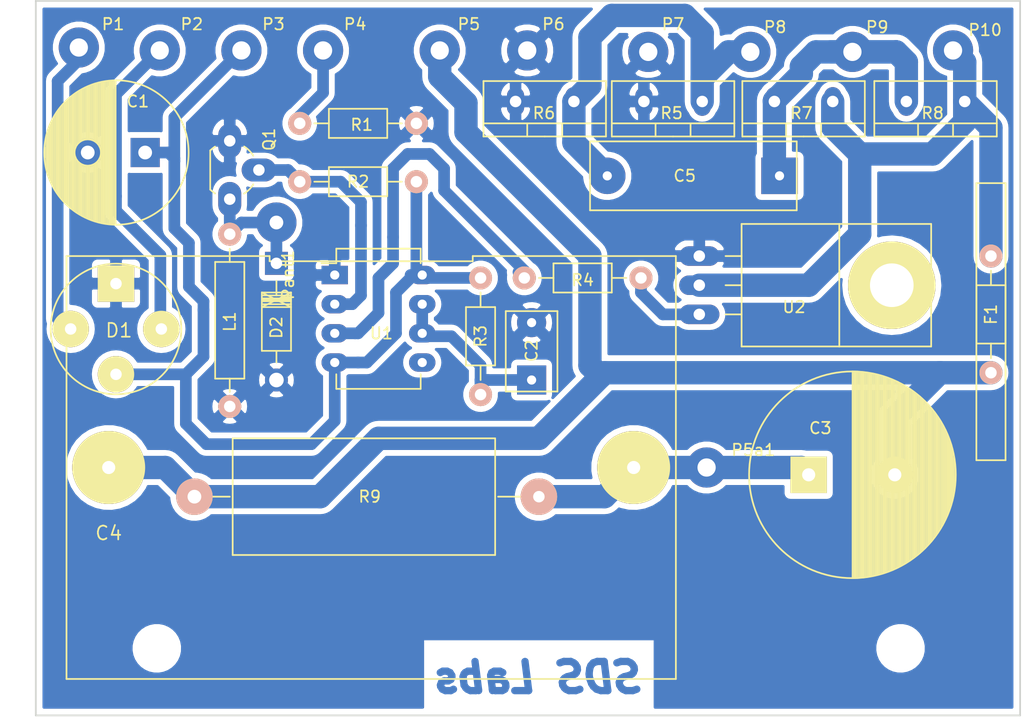
<source format=kicad_pcb>
(kicad_pcb (version 4) (host pcbnew 4.0.2-stable)

  (general
    (links 49)
    (no_connects 1)
    (area 84.998167 86.284999 174.344001 148.944001)
    (thickness 1.6)
    (drawings 12)
    (tracks 147)
    (zones 0)
    (modules 35)
    (nets 17)
  )

  (page USLetter)
  (title_block
    (title "Quad ESL-63 Clamp Board")
    (rev 1)
    (company "SDS Labs")
  )

  (layers
    (0 F.Cu signal)
    (31 B.Cu signal)
    (32 B.Adhes user)
    (33 F.Adhes user)
    (34 B.Paste user)
    (35 F.Paste user)
    (36 B.SilkS user)
    (37 F.SilkS user)
    (38 B.Mask user)
    (39 F.Mask user)
    (40 Dwgs.User user)
    (41 Cmts.User user)
    (42 Eco1.User user)
    (43 Eco2.User user)
    (44 Edge.Cuts user)
    (45 Margin user)
    (46 B.CrtYd user)
    (47 F.CrtYd user)
    (48 B.Fab user)
    (49 F.Fab user)
  )

  (setup
    (last_trace_width 0.25)
    (user_trace_width 0.508)
    (user_trace_width 1.016)
    (user_trace_width 1.524)
    (user_trace_width 2.032)
    (user_trace_width 2.54)
    (user_trace_width 3.048)
    (user_trace_width 3.556)
    (trace_clearance 0.2)
    (zone_clearance 0.508)
    (zone_45_only no)
    (trace_min 0.2)
    (segment_width 0.2)
    (edge_width 0.15)
    (via_size 0.6)
    (via_drill 0.4)
    (via_min_size 0.4)
    (via_min_drill 0.3)
    (uvia_size 0.3)
    (uvia_drill 0.1)
    (uvias_allowed no)
    (uvia_min_size 0.2)
    (uvia_min_drill 0.1)
    (pcb_text_width 0.3)
    (pcb_text_size 1.5 1.5)
    (mod_edge_width 0.15)
    (mod_text_size 1 1)
    (mod_text_width 0.15)
    (pad_size 6.35 6.35)
    (pad_drill 1.143)
    (pad_to_mask_clearance 0.2)
    (aux_axis_origin 0 0)
    (visible_elements FFFEE77F)
    (pcbplotparams
      (layerselection 0x00030_80000001)
      (usegerberextensions false)
      (excludeedgelayer true)
      (linewidth 0.100000)
      (plotframeref false)
      (viasonmask false)
      (mode 1)
      (useauxorigin false)
      (hpglpennumber 1)
      (hpglpenspeed 20)
      (hpglpendiameter 15)
      (hpglpenoverlay 2)
      (psnegative false)
      (psa4output false)
      (plotreference true)
      (plotvalue true)
      (plotinvisibletext false)
      (padsonsilk false)
      (subtractmaskfromsilk false)
      (outputformat 1)
      (mirror false)
      (drillshape 1)
      (scaleselection 1)
      (outputdirectory ""))
  )

  (net 0 "")
  (net 1 GND)
  (net 2 VCC)
  (net 3 "Net-(C2-Pad1)")
  (net 4 "Net-(C3-Pad1)")
  (net 5 "Net-(D1-Pad2)")
  (net 6 "Net-(D1-Pad4)")
  (net 7 "Net-(D2-Pad1)")
  (net 8 "Net-(P4-Pad1)")
  (net 9 "Net-(Q1-Pad2)")
  (net 10 "Net-(R4-Pad1)")
  (net 11 "Net-(R4-Pad2)")
  (net 12 "Net-(U1-Pad5)")
  (net 13 "Net-(C3-Pad2)")
  (net 14 "Net-(F1-Pad1)")
  (net 15 "Net-(C5-Pad1)")
  (net 16 "Net-(C5-Pad2)")

  (net_class Default "This is the default net class."
    (clearance 0.2)
    (trace_width 0.25)
    (via_dia 0.6)
    (via_drill 0.4)
    (uvia_dia 0.3)
    (uvia_drill 0.1)
    (add_net GND)
    (add_net "Net-(C2-Pad1)")
    (add_net "Net-(C3-Pad1)")
    (add_net "Net-(C3-Pad2)")
    (add_net "Net-(C5-Pad1)")
    (add_net "Net-(C5-Pad2)")
    (add_net "Net-(D1-Pad2)")
    (add_net "Net-(D1-Pad4)")
    (add_net "Net-(D2-Pad1)")
    (add_net "Net-(F1-Pad1)")
    (add_net "Net-(P4-Pad1)")
    (add_net "Net-(Q1-Pad2)")
    (add_net "Net-(R4-Pad1)")
    (add_net "Net-(R4-Pad2)")
    (add_net "Net-(U1-Pad5)")
    (add_net VCC)
  )

  (module kicad-SDS-footprints:cap_solen_20uf (layer F.Cu) (tedit 585B0B4B) (tstamp 5830E306)
    (at 117.475 127 270)
    (path /5830FEB8)
    (fp_text reference C4 (at 5.715 22.86 360) (layer F.SilkS)
      (effects (font (size 1.2 1.2) (thickness 0.15)))
    )
    (fp_text value C (at 0 0 270) (layer F.Fab)
      (effects (font (size 1.2 1.2) (thickness 0.15)))
    )
    (fp_line (start -18.415 26.535) (end 18.415 26.535) (layer F.SilkS) (width 0.15))
    (fp_line (start 18.415 26.535) (end 18.415 -26.535) (layer F.SilkS) (width 0.15))
    (fp_line (start 18.415 -26.535) (end -18.415 -26.535) (layer F.SilkS) (width 0.15))
    (fp_line (start -18.415 -26.535) (end -18.415 -8.845) (layer F.SilkS) (width 0.15))
    (fp_line (start -18.415 -8.845) (end -17.965 -8.845) (layer F.SilkS) (width 0.15))
    (fp_line (start -17.965 -8.845) (end -17.965 8.844999) (layer F.SilkS) (width 0.15))
    (fp_line (start -17.965 8.844999) (end -18.415 8.844999) (layer F.SilkS) (width 0.15))
    (fp_line (start -18.415 8.844999) (end -18.415 26.535) (layer F.SilkS) (width 0.15))
    (pad 2 thru_hole circle (at 0 -22.86 270) (size 6.35 6.35) (drill 1.143) (layers *.Cu *.Mask F.SilkS)
      (net 4 "Net-(C3-Pad1)"))
    (pad 1 thru_hole circle (at 0 22.86 270) (size 6.35 6.35) (drill 1.143) (layers *.Cu *.Mask F.SilkS)
      (net 13 "Net-(C3-Pad2)"))
  )

  (module Capacitors_ThroughHole:C_Radial_D12.5_L25_P5 (layer F.Cu) (tedit 583F7F49) (tstamp 5830E292)
    (at 97.79 99.568 180)
    (descr "Radial Electrolytic Capacitor Diameter 12.5mm x Length 25mm, Pitch 5mm")
    (tags "Electrolytic Capacitor")
    (path /582A6078)
    (fp_text reference C1 (at 0.635 4.445 180) (layer F.SilkS)
      (effects (font (size 1 1) (thickness 0.15)))
    )
    (fp_text value CP (at 2.5 7.6 180) (layer F.Fab)
      (effects (font (size 1 1) (thickness 0.15)))
    )
    (fp_line (start 2.575 -6.25) (end 2.575 6.25) (layer F.SilkS) (width 0.15))
    (fp_line (start 2.715 -6.246) (end 2.715 6.246) (layer F.SilkS) (width 0.15))
    (fp_line (start 2.855 -6.24) (end 2.855 6.24) (layer F.SilkS) (width 0.15))
    (fp_line (start 2.995 -6.23) (end 2.995 6.23) (layer F.SilkS) (width 0.15))
    (fp_line (start 3.135 -6.218) (end 3.135 6.218) (layer F.SilkS) (width 0.15))
    (fp_line (start 3.275 -6.202) (end 3.275 6.202) (layer F.SilkS) (width 0.15))
    (fp_line (start 3.415 -6.183) (end 3.415 6.183) (layer F.SilkS) (width 0.15))
    (fp_line (start 3.555 -6.16) (end 3.555 6.16) (layer F.SilkS) (width 0.15))
    (fp_line (start 3.695 -6.135) (end 3.695 6.135) (layer F.SilkS) (width 0.15))
    (fp_line (start 3.835 -6.106) (end 3.835 6.106) (layer F.SilkS) (width 0.15))
    (fp_line (start 3.975 -6.073) (end 3.975 -0.521) (layer F.SilkS) (width 0.15))
    (fp_line (start 3.975 0.521) (end 3.975 6.073) (layer F.SilkS) (width 0.15))
    (fp_line (start 4.115 -6.038) (end 4.115 -0.734) (layer F.SilkS) (width 0.15))
    (fp_line (start 4.115 0.734) (end 4.115 6.038) (layer F.SilkS) (width 0.15))
    (fp_line (start 4.255 -5.999) (end 4.255 -0.876) (layer F.SilkS) (width 0.15))
    (fp_line (start 4.255 0.876) (end 4.255 5.999) (layer F.SilkS) (width 0.15))
    (fp_line (start 4.395 -5.956) (end 4.395 -0.978) (layer F.SilkS) (width 0.15))
    (fp_line (start 4.395 0.978) (end 4.395 5.956) (layer F.SilkS) (width 0.15))
    (fp_line (start 4.535 -5.909) (end 4.535 -1.052) (layer F.SilkS) (width 0.15))
    (fp_line (start 4.535 1.052) (end 4.535 5.909) (layer F.SilkS) (width 0.15))
    (fp_line (start 4.675 -5.859) (end 4.675 -1.103) (layer F.SilkS) (width 0.15))
    (fp_line (start 4.675 1.103) (end 4.675 5.859) (layer F.SilkS) (width 0.15))
    (fp_line (start 4.815 -5.805) (end 4.815 -1.135) (layer F.SilkS) (width 0.15))
    (fp_line (start 4.815 1.135) (end 4.815 5.805) (layer F.SilkS) (width 0.15))
    (fp_line (start 4.955 -5.748) (end 4.955 -1.149) (layer F.SilkS) (width 0.15))
    (fp_line (start 4.955 1.149) (end 4.955 5.748) (layer F.SilkS) (width 0.15))
    (fp_line (start 5.095 -5.686) (end 5.095 -1.146) (layer F.SilkS) (width 0.15))
    (fp_line (start 5.095 1.146) (end 5.095 5.686) (layer F.SilkS) (width 0.15))
    (fp_line (start 5.235 -5.62) (end 5.235 -1.126) (layer F.SilkS) (width 0.15))
    (fp_line (start 5.235 1.126) (end 5.235 5.62) (layer F.SilkS) (width 0.15))
    (fp_line (start 5.375 -5.549) (end 5.375 -1.087) (layer F.SilkS) (width 0.15))
    (fp_line (start 5.375 1.087) (end 5.375 5.549) (layer F.SilkS) (width 0.15))
    (fp_line (start 5.515 -5.475) (end 5.515 -1.028) (layer F.SilkS) (width 0.15))
    (fp_line (start 5.515 1.028) (end 5.515 5.475) (layer F.SilkS) (width 0.15))
    (fp_line (start 5.655 -5.395) (end 5.655 -0.945) (layer F.SilkS) (width 0.15))
    (fp_line (start 5.655 0.945) (end 5.655 5.395) (layer F.SilkS) (width 0.15))
    (fp_line (start 5.795 -5.311) (end 5.795 -0.831) (layer F.SilkS) (width 0.15))
    (fp_line (start 5.795 0.831) (end 5.795 5.311) (layer F.SilkS) (width 0.15))
    (fp_line (start 5.935 -5.221) (end 5.935 -0.67) (layer F.SilkS) (width 0.15))
    (fp_line (start 5.935 0.67) (end 5.935 5.221) (layer F.SilkS) (width 0.15))
    (fp_line (start 6.075 -5.127) (end 6.075 -0.409) (layer F.SilkS) (width 0.15))
    (fp_line (start 6.075 0.409) (end 6.075 5.127) (layer F.SilkS) (width 0.15))
    (fp_line (start 6.215 -5.026) (end 6.215 5.026) (layer F.SilkS) (width 0.15))
    (fp_line (start 6.355 -4.919) (end 6.355 4.919) (layer F.SilkS) (width 0.15))
    (fp_line (start 6.495 -4.807) (end 6.495 4.807) (layer F.SilkS) (width 0.15))
    (fp_line (start 6.635 -4.687) (end 6.635 4.687) (layer F.SilkS) (width 0.15))
    (fp_line (start 6.775 -4.559) (end 6.775 4.559) (layer F.SilkS) (width 0.15))
    (fp_line (start 6.915 -4.424) (end 6.915 4.424) (layer F.SilkS) (width 0.15))
    (fp_line (start 7.055 -4.28) (end 7.055 4.28) (layer F.SilkS) (width 0.15))
    (fp_line (start 7.195 -4.125) (end 7.195 4.125) (layer F.SilkS) (width 0.15))
    (fp_line (start 7.335 -3.96) (end 7.335 3.96) (layer F.SilkS) (width 0.15))
    (fp_line (start 7.475 -3.783) (end 7.475 3.783) (layer F.SilkS) (width 0.15))
    (fp_line (start 7.615 -3.592) (end 7.615 3.592) (layer F.SilkS) (width 0.15))
    (fp_line (start 7.755 -3.383) (end 7.755 3.383) (layer F.SilkS) (width 0.15))
    (fp_line (start 7.895 -3.155) (end 7.895 3.155) (layer F.SilkS) (width 0.15))
    (fp_line (start 8.035 -2.903) (end 8.035 2.903) (layer F.SilkS) (width 0.15))
    (fp_line (start 8.175 -2.619) (end 8.175 2.619) (layer F.SilkS) (width 0.15))
    (fp_line (start 8.315 -2.291) (end 8.315 2.291) (layer F.SilkS) (width 0.15))
    (fp_line (start 8.455 -1.897) (end 8.455 1.897) (layer F.SilkS) (width 0.15))
    (fp_line (start 8.595 -1.383) (end 8.595 1.383) (layer F.SilkS) (width 0.15))
    (fp_line (start 8.735 -0.433) (end 8.735 0.433) (layer F.SilkS) (width 0.15))
    (fp_circle (center 5 0) (end 5 -1.15) (layer F.SilkS) (width 0.15))
    (fp_circle (center 2.5 0) (end 2.5 -6.2875) (layer F.SilkS) (width 0.15))
    (fp_circle (center 2.5 0) (end 2.5 -6.6) (layer F.CrtYd) (width 0.05))
    (pad 2 thru_hole circle (at 5 0 180) (size 2.54 2.54) (drill 1.2) (layers *.Cu *.Mask)
      (net 1 GND))
    (pad 1 thru_hole rect (at 0 0 180) (size 2.54 2.54) (drill 1.2) (layers *.Cu *.Mask)
      (net 2 VCC))
    (model Capacitors_ThroughHole.3dshapes/C_Radial_D12.5_L25_P5.wrl
      (at (xyz 0 0 0))
      (scale (xyz 1 1 1))
      (rotate (xyz 0 0 0))
    )
  )

  (module Capacitors_ThroughHole:C_Rect_L7_W4.5_P5 (layer F.Cu) (tedit 5857428F) (tstamp 5830E2A0)
    (at 131.445 119.38 90)
    (descr "Film Capacitor Length 7mm x Width 4.5mm, Pitch 5mm")
    (tags Capacitor)
    (path /582A64AC)
    (fp_text reference C2 (at 2.54 0 90) (layer F.SilkS)
      (effects (font (size 1 1) (thickness 0.15)))
    )
    (fp_text value C (at 2.5 3.5 90) (layer F.Fab)
      (effects (font (size 1 1) (thickness 0.15)))
    )
    (fp_line (start -1.25 -2.5) (end 6.25 -2.5) (layer F.CrtYd) (width 0.05))
    (fp_line (start 6.25 -2.5) (end 6.25 2.5) (layer F.CrtYd) (width 0.05))
    (fp_line (start 6.25 2.5) (end -1.25 2.5) (layer F.CrtYd) (width 0.05))
    (fp_line (start -1.25 2.5) (end -1.25 -2.5) (layer F.CrtYd) (width 0.05))
    (fp_line (start -1 -2.25) (end 6 -2.25) (layer F.SilkS) (width 0.15))
    (fp_line (start 6 -2.25) (end 6 2.25) (layer F.SilkS) (width 0.15))
    (fp_line (start 6 2.25) (end -1 2.25) (layer F.SilkS) (width 0.15))
    (fp_line (start -1 2.25) (end -1 -2.25) (layer F.SilkS) (width 0.15))
    (pad 1 thru_hole rect (at 0 0 90) (size 2.54 2.54) (drill 0.8) (layers *.Cu *.Mask)
      (net 3 "Net-(C2-Pad1)"))
    (pad 2 thru_hole circle (at 5 0 90) (size 2.54 2.54) (drill 0.8) (layers *.Cu *.Mask)
      (net 1 GND))
    (model Capacitors_ThroughHole.3dshapes/C_Rect_L7_W4.5_P5.wrl
      (at (xyz 0.098425 0 0))
      (scale (xyz 1 1 1))
      (rotate (xyz 0 0 0))
    )
  )

  (module Capacitors_ThroughHole:C_Radial_D18_L36_P7.5 (layer F.Cu) (tedit 585B0B37) (tstamp 5830E2F8)
    (at 155.575 127.635)
    (descr "Radial Electrolytic Capacitor Diameter 18mm x Length 36mm, Pitch 7.5mm")
    (tags "Electrolytic Capacitor")
    (path /582A6B41)
    (fp_text reference C3 (at 1.016 -4.064) (layer F.SilkS)
      (effects (font (size 1 1) (thickness 0.15)))
    )
    (fp_text value C (at 3.81 10.16) (layer F.Fab)
      (effects (font (size 1 1) (thickness 0.15)))
    )
    (fp_line (start 12.6492 -1.4732) (end 12.6746 1.3462) (layer F.SilkS) (width 0.15))
    (fp_line (start 12.5476 2.0828) (end 12.5222 -2.0574) (layer F.SilkS) (width 0.15))
    (fp_line (start 12.4206 -2.5908) (end 12.4206 2.4892) (layer F.SilkS) (width 0.15))
    (fp_line (start 12.2936 2.9464) (end 12.2936 -2.8956) (layer F.SilkS) (width 0.15))
    (fp_line (start 12.1666 -3.2766) (end 12.1666 3.2512) (layer F.SilkS) (width 0.15))
    (fp_line (start 12.0396 3.5814) (end 12.0396 -3.556) (layer F.SilkS) (width 0.15))
    (fp_line (start 11.9126 -3.8862) (end 11.9126 3.8354) (layer F.SilkS) (width 0.15))
    (fp_line (start 11.7856 4.1402) (end 11.7856 -4.1148) (layer F.SilkS) (width 0.15))
    (fp_line (start 11.6586 4.3942) (end 11.6586 -4.318) (layer F.SilkS) (width 0.15))
    (fp_line (start 3.825 -9) (end 3.825 9) (layer F.SilkS) (width 0.15))
    (fp_line (start 3.965 -8.997) (end 3.965 8.997) (layer F.SilkS) (width 0.15))
    (fp_line (start 4.105 -8.992) (end 4.105 8.992) (layer F.SilkS) (width 0.15))
    (fp_line (start 4.245 -8.985) (end 4.245 8.985) (layer F.SilkS) (width 0.15))
    (fp_line (start 4.385 -8.975) (end 4.385 8.975) (layer F.SilkS) (width 0.15))
    (fp_line (start 4.525 -8.962) (end 4.525 8.962) (layer F.SilkS) (width 0.15))
    (fp_line (start 4.665 -8.948) (end 4.665 8.948) (layer F.SilkS) (width 0.15))
    (fp_line (start 4.805 -8.93) (end 4.805 8.93) (layer F.SilkS) (width 0.15))
    (fp_line (start 4.945 -8.91) (end 4.945 8.91) (layer F.SilkS) (width 0.15))
    (fp_line (start 5.085 -8.888) (end 5.085 8.888) (layer F.SilkS) (width 0.15))
    (fp_line (start 5.225 -8.863) (end 5.225 8.863) (layer F.SilkS) (width 0.15))
    (fp_line (start 5.365 -8.835) (end 5.365 8.835) (layer F.SilkS) (width 0.15))
    (fp_line (start 5.505 -8.805) (end 5.505 8.805) (layer F.SilkS) (width 0.15))
    (fp_line (start 5.645 -8.772) (end 5.645 8.772) (layer F.SilkS) (width 0.15))
    (fp_line (start 5.785 -8.737) (end 5.785 8.737) (layer F.SilkS) (width 0.15))
    (fp_line (start 5.925 -8.699) (end 5.925 8.699) (layer F.SilkS) (width 0.15))
    (fp_line (start 6.065 -8.658) (end 6.065 8.658) (layer F.SilkS) (width 0.15))
    (fp_line (start 6.205 -8.614) (end 6.205 8.614) (layer F.SilkS) (width 0.15))
    (fp_line (start 6.345 -8.567) (end 6.345 8.567) (layer F.SilkS) (width 0.15))
    (fp_line (start 6.485 -8.518) (end 6.485 8.518) (layer F.SilkS) (width 0.15))
    (fp_line (start 6.625 -8.466) (end 6.625 -0.484) (layer F.SilkS) (width 0.15))
    (fp_line (start 6.625 0.484) (end 6.625 8.466) (layer F.SilkS) (width 0.15))
    (fp_line (start 6.765 -8.45) (end 6.765 -0.678) (layer F.SilkS) (width 0.15))
    (fp_line (start 6.765 0.678) (end 6.765 8.41) (layer F.SilkS) (width 0.15))
    (fp_line (start 6.905 -8.4) (end 6.905 -0.804) (layer F.SilkS) (width 0.15))
    (fp_line (start 6.905 0.804) (end 6.905 8.38) (layer F.SilkS) (width 0.15))
    (fp_line (start 7.045 -8.35) (end 7.045 -0.89) (layer F.SilkS) (width 0.15))
    (fp_line (start 7.045 0.89) (end 7.045 8.35) (layer F.SilkS) (width 0.15))
    (fp_line (start 7.185 -8.25) (end 7.185 -0.949) (layer F.SilkS) (width 0.15))
    (fp_line (start 7.185 0.949) (end 7.185 8.33) (layer F.SilkS) (width 0.15))
    (fp_line (start 7.325 -8.25) (end 7.325 -0.985) (layer F.SilkS) (width 0.15))
    (fp_line (start 7.325 0.985) (end 7.325 8.28) (layer F.SilkS) (width 0.15))
    (fp_line (start 7.465 -8.185) (end 7.465 -0.999) (layer F.SilkS) (width 0.15))
    (fp_line (start 7.465 0.999) (end 7.465 8.2) (layer F.SilkS) (width 0.15))
    (fp_line (start 7.605 -8.15) (end 7.605 -0.994) (layer F.SilkS) (width 0.15))
    (fp_line (start 7.605 0.994) (end 7.605 8.15) (layer F.SilkS) (width 0.15))
    (fp_line (start 7.745 -8.1) (end 7.745 -0.97) (layer F.SilkS) (width 0.15))
    (fp_line (start 7.745 0.97) (end 7.745 8.05) (layer F.SilkS) (width 0.15))
    (fp_line (start 7.885 -8) (end 7.885 -0.923) (layer F.SilkS) (width 0.15))
    (fp_line (start 7.885 0.923) (end 7.885 7.95) (layer F.SilkS) (width 0.15))
    (fp_line (start 8.025 -7.9) (end 8.025 -0.851) (layer F.SilkS) (width 0.15))
    (fp_line (start 8.025 0.851) (end 8.025 7.87) (layer F.SilkS) (width 0.15))
    (fp_line (start 8.165 -7.8) (end 8.165 -0.747) (layer F.SilkS) (width 0.15))
    (fp_line (start 8.165 0.747) (end 8.165 7.85) (layer F.SilkS) (width 0.15))
    (fp_line (start 8.305 -7.75) (end 8.305 -0.593) (layer F.SilkS) (width 0.15))
    (fp_line (start 8.305 0.593) (end 8.305 7.78) (layer F.SilkS) (width 0.15))
    (fp_line (start 8.445 -7.7) (end 8.445 -0.327) (layer F.SilkS) (width 0.15))
    (fp_line (start 8.445 0.327) (end 8.445 7.7) (layer F.SilkS) (width 0.15))
    (fp_line (start 8.585 -7.6) (end 8.585 7.6) (layer F.SilkS) (width 0.15))
    (fp_line (start 8.725 -7.5) (end 8.725 7.5) (layer F.SilkS) (width 0.15))
    (fp_line (start 8.865 -7.4) (end 8.865 7.4) (layer F.SilkS) (width 0.15))
    (fp_line (start 9.005 -7.3) (end 9.005 7.3) (layer F.SilkS) (width 0.15))
    (fp_line (start 9.145 -7.2) (end 9.145 7.2) (layer F.SilkS) (width 0.15))
    (fp_line (start 9.285 -7.1) (end 9.285 7.1) (layer F.SilkS) (width 0.15))
    (fp_line (start 9.425 -7) (end 9.425 7) (layer F.SilkS) (width 0.15))
    (fp_line (start 9.565 -6.9) (end 9.565 6.9) (layer F.SilkS) (width 0.15))
    (fp_line (start 9.705 -6.8) (end 9.705 6.8) (layer F.SilkS) (width 0.15))
    (fp_line (start 9.845 -6.6) (end 9.845 6.6) (layer F.SilkS) (width 0.15))
    (fp_line (start 9.985 -6.5) (end 9.985 6.5) (layer F.SilkS) (width 0.15))
    (fp_line (start 10.125 -6.4) (end 10.125 6.4) (layer F.SilkS) (width 0.15))
    (fp_line (start 10.265 -6.2) (end 10.265 6.2) (layer F.SilkS) (width 0.15))
    (fp_line (start 10.405 -6.1) (end 10.405 6.1) (layer F.SilkS) (width 0.15))
    (fp_line (start 10.545 -5.9) (end 10.545 5.9) (layer F.SilkS) (width 0.15))
    (fp_line (start 10.685 -5.8) (end 10.685 5.8) (layer F.SilkS) (width 0.15))
    (fp_line (start 10.825 -5.6) (end 10.825 5.6) (layer F.SilkS) (width 0.15))
    (fp_line (start 10.965 -5.45) (end 10.965 5.45) (layer F.SilkS) (width 0.15))
    (fp_line (start 11.105 -5.25) (end 11.105 5.25) (layer F.SilkS) (width 0.15))
    (fp_line (start 11.245 -5.05) (end 11.245 5.05) (layer F.SilkS) (width 0.15))
    (fp_line (start 11.385 -4.8) (end 11.385 4.8) (layer F.SilkS) (width 0.15))
    (fp_line (start 11.525 -4.6) (end 11.525 4.6) (layer F.SilkS) (width 0.15))
    (fp_circle (center 7.5 0) (end 7.5 -1) (layer F.SilkS) (width 0.15))
    (fp_circle (center 3.81 0) (end 3.81 -9) (layer F.SilkS) (width 0.15))
    (fp_circle (center 3.81 0) (end 3.81 -9.3) (layer F.CrtYd) (width 0.05))
    (pad 1 thru_hole rect (at 0 0) (size 3.175 3.175) (drill 1.143) (layers *.Cu *.Mask F.SilkS)
      (net 4 "Net-(C3-Pad1)"))
    (pad 2 thru_hole circle (at 7.5 0) (size 3.175 3.175) (drill 1.143) (layers *.Cu *.Mask F.SilkS)
      (net 13 "Net-(C3-Pad2)"))
    (model Capacitors_ThroughHole.3dshapes/C_Radial_D18_L36_P7.5.wrl
      (at (xyz 0 0 0))
      (scale (xyz 1 1 1))
      (rotate (xyz 0 0 0))
    )
  )

  (module Diodes_ThroughHole:Diode_DO-41_SOD81_Horizontal_RM10 (layer F.Cu) (tedit 5834CF47) (tstamp 5830E323)
    (at 109.22 109.22 270)
    (descr "Diode, DO-41, SOD81, Horizontal, RM 10mm,")
    (tags "Diode, DO-41, SOD81, Horizontal, RM 10mm, 1N4007, SB140,")
    (path /582A6128)
    (fp_text reference D2 (at 5.588 0 270) (layer F.SilkS)
      (effects (font (size 1 1) (thickness 0.15)))
    )
    (fp_text value D (at 4.37134 -3.55854 270) (layer F.Fab)
      (effects (font (size 1 1) (thickness 0.15)))
    )
    (fp_line (start 7.62 -0.00254) (end 8.636 -0.00254) (layer F.SilkS) (width 0.15))
    (fp_line (start 2.794 -0.00254) (end 1.524 -0.00254) (layer F.SilkS) (width 0.15))
    (fp_line (start 3.048 -1.27254) (end 3.048 1.26746) (layer F.SilkS) (width 0.15))
    (fp_line (start 3.302 -1.27254) (end 3.302 1.26746) (layer F.SilkS) (width 0.15))
    (fp_line (start 3.556 -1.27254) (end 3.556 1.26746) (layer F.SilkS) (width 0.15))
    (fp_line (start 2.794 -1.27254) (end 2.794 1.26746) (layer F.SilkS) (width 0.15))
    (fp_line (start 3.81 -1.27254) (end 2.54 1.26746) (layer F.SilkS) (width 0.15))
    (fp_line (start 2.54 -1.27254) (end 3.81 1.26746) (layer F.SilkS) (width 0.15))
    (fp_line (start 3.81 -1.27254) (end 3.81 1.26746) (layer F.SilkS) (width 0.15))
    (fp_line (start 3.175 -1.27254) (end 3.175 1.26746) (layer F.SilkS) (width 0.15))
    (fp_line (start 2.54 1.26746) (end 2.54 -1.27254) (layer F.SilkS) (width 0.15))
    (fp_line (start 2.54 -1.27254) (end 7.62 -1.27254) (layer F.SilkS) (width 0.15))
    (fp_line (start 7.62 -1.27254) (end 7.62 1.26746) (layer F.SilkS) (width 0.15))
    (fp_line (start 7.62 1.26746) (end 2.54 1.26746) (layer F.SilkS) (width 0.15))
    (pad 2 thru_hole circle (at 10.16 -0.00254 90) (size 1.99898 1.99898) (drill 1.27) (layers *.Cu *.Mask)
      (net 1 GND))
    (pad 1 thru_hole rect (at 0 -0.00254 90) (size 1.99898 1.99898) (drill 1.00076) (layers *.Cu *.Mask)
      (net 7 "Net-(D2-Pad1)"))
  )

  (module Resistors_ThroughHole:Resistor_Horizontal_RM15mm (layer F.Cu) (tedit 5834CF4C) (tstamp 5830E333)
    (at 105.156 106.68 270)
    (descr "Resistor, Axial, RM 15mm,")
    (tags "Resistor Axial RM 15mm")
    (path /582A60BB)
    (fp_text reference L1 (at 7.62 0 270) (layer F.SilkS)
      (effects (font (size 1 1) (thickness 0.15)))
    )
    (fp_text value L_Small (at 7.5 4.0005 270) (layer F.Fab)
      (effects (font (size 1 1) (thickness 0.15)))
    )
    (fp_line (start -1.25 1.5) (end -1.25 -1.5) (layer F.CrtYd) (width 0.05))
    (fp_line (start -1.25 -1.5) (end 16.25 -1.5) (layer F.CrtYd) (width 0.05))
    (fp_line (start 16.25 -1.5) (end 16.25 1.5) (layer F.CrtYd) (width 0.05))
    (fp_line (start 16.25 1.5) (end -1.25 1.5) (layer F.CrtYd) (width 0.05))
    (fp_line (start 2.42 -1.27) (end 2.42 1.27) (layer F.SilkS) (width 0.15))
    (fp_line (start 2.42 1.27) (end 12.58 1.27) (layer F.SilkS) (width 0.15))
    (fp_line (start 12.58 1.27) (end 12.58 -1.27) (layer F.SilkS) (width 0.15))
    (fp_line (start 12.58 -1.27) (end 2.42 -1.27) (layer F.SilkS) (width 0.15))
    (fp_line (start 13.73 0) (end 12.58 0) (layer F.SilkS) (width 0.15))
    (fp_line (start 1.27 0) (end 2.42 0) (layer F.SilkS) (width 0.15))
    (pad 1 thru_hole circle (at 0 0 270) (size 1.99898 1.99898) (drill 1.00076) (layers *.Cu *.SilkS *.Mask)
      (net 7 "Net-(D2-Pad1)"))
    (pad 2 thru_hole circle (at 15 0 270) (size 1.99898 1.99898) (drill 1.00076) (layers *.Cu *.SilkS *.Mask)
      (net 1 GND))
    (model Resistors_ThroughHole.3dshapes/Resistor_Horizontal_RM15mm.wrl
      (at (xyz 0.295 0 0))
      (scale (xyz 0.395 0.4 0.4))
      (rotate (xyz 0 0 0))
    )
  )

  (module Wire_Pads:SolderWirePad_single_1-2mmDrill (layer F.Cu) (tedit 585B0A9B) (tstamp 5830E338)
    (at 92.0115 90.424)
    (path /582A6F1C)
    (fp_text reference P1 (at 2.9845 -2.032) (layer F.SilkS)
      (effects (font (size 1 1) (thickness 0.15)))
    )
    (fp_text value CONN_01X01 (at -1.905 3.175) (layer F.Fab)
      (effects (font (size 1 1) (thickness 0.15)))
    )
    (pad 1 thru_hole circle (at 0 0) (size 3.50012 3.50012) (drill 1.5875) (layers *.Cu *.Mask)
      (net 6 "Net-(D1-Pad4)"))
  )

  (module Wire_Pads:SolderWirePad_single_1-2mmDrill (layer F.Cu) (tedit 585B0AA2) (tstamp 5830E33D)
    (at 99.06 90.678)
    (path /582A6F98)
    (fp_text reference P2 (at 2.794 -2.286) (layer F.SilkS)
      (effects (font (size 1 1) (thickness 0.15)))
    )
    (fp_text value CONN_01X01 (at -1.905 3.175) (layer F.Fab)
      (effects (font (size 1 1) (thickness 0.15)))
    )
    (pad 1 thru_hole circle (at 0 0) (size 3.50012 3.50012) (drill 1.5875) (layers *.Cu *.Mask)
      (net 5 "Net-(D1-Pad2)"))
  )

  (module Wire_Pads:SolderWirePad_single_1-2mmDrill (layer F.Cu) (tedit 585B0AAE) (tstamp 5830E342)
    (at 106.172 90.678)
    (path /582A7341)
    (fp_text reference P3 (at 2.794 -2.286) (layer F.SilkS)
      (effects (font (size 1 1) (thickness 0.15)))
    )
    (fp_text value CONN_01X01 (at -1.905 3.175) (layer F.Fab)
      (effects (font (size 1 1) (thickness 0.15)))
    )
    (pad 1 thru_hole circle (at 0 0) (size 3.50012 3.50012) (drill 1.5875) (layers *.Cu *.Mask)
      (net 2 VCC))
  )

  (module Wire_Pads:SolderWirePad_single_1-2mmDrill (layer F.Cu) (tedit 585B0ABC) (tstamp 5830E347)
    (at 113.284 90.678)
    (path /582A72E3)
    (fp_text reference P4 (at 2.794 -2.286) (layer F.SilkS)
      (effects (font (size 1 1) (thickness 0.15)))
    )
    (fp_text value CONN_01X01 (at -1.905 3.175) (layer F.Fab)
      (effects (font (size 1 1) (thickness 0.15)))
    )
    (pad 1 thru_hole circle (at 0 0) (size 3.50012 3.50012) (drill 1.5875) (layers *.Cu *.Mask)
      (net 8 "Net-(P4-Pad1)"))
  )

  (module Wire_Pads:SolderWirePad_single_1-2mmDrill (layer F.Cu) (tedit 585B0AC7) (tstamp 5830E34C)
    (at 123.444 90.678)
    (path /58304DF3)
    (fp_text reference P5 (at 2.54 -2.286) (layer F.SilkS)
      (effects (font (size 1 1) (thickness 0.15)))
    )
    (fp_text value CONN_01X01 (at -1.905 3.175) (layer F.Fab)
      (effects (font (size 1 1) (thickness 0.15)))
    )
    (pad 1 thru_hole circle (at 0 0) (size 3.50012 3.50012) (drill 1.5875) (layers *.Cu *.Mask)
      (net 13 "Net-(C3-Pad2)"))
  )

  (module Wire_Pads:SolderWirePad_single_1-2mmDrill (layer F.Cu) (tedit 585B0A76) (tstamp 5830E351)
    (at 146.685 127)
    (path /582E5C52)
    (fp_text reference P5a1 (at 4.064 -1.524) (layer F.SilkS)
      (effects (font (size 1 1) (thickness 0.15)))
    )
    (fp_text value CONN_01X01 (at -1.905 3.175) (layer F.Fab)
      (effects (font (size 1 1) (thickness 0.15)))
    )
    (pad 1 thru_hole circle (at 0 0) (size 3.50012 3.50012) (drill 1.5875) (layers *.Cu *.Mask)
      (net 4 "Net-(C3-Pad1)"))
  )

  (module Wire_Pads:SolderWirePad_single_1-2mmDrill (layer F.Cu) (tedit 585B0ACE) (tstamp 5830E356)
    (at 131.064 90.678)
    (path /582E5CDA)
    (fp_text reference P6 (at 2.286 -2.286) (layer F.SilkS)
      (effects (font (size 1 1) (thickness 0.15)))
    )
    (fp_text value CONN_01X01 (at -1.905 3.175) (layer F.Fab)
      (effects (font (size 1 1) (thickness 0.15)))
    )
    (pad 1 thru_hole circle (at 0 0) (size 3.50012 3.50012) (drill 1.5875) (layers *.Cu *.Mask)
      (net 1 GND))
  )

  (module Wire_Pads:SolderWirePad_single_1-2mmDrill (layer F.Cu) (tedit 585B0AD6) (tstamp 5830E35B)
    (at 141.605 90.805)
    (path /582E5AAE)
    (fp_text reference P7 (at 2.159 -2.413) (layer F.SilkS)
      (effects (font (size 1 1) (thickness 0.15)))
    )
    (fp_text value CONN_01X01 (at -1.905 3.175) (layer F.Fab)
      (effects (font (size 1 1) (thickness 0.15)))
    )
    (pad 1 thru_hole circle (at 0 0) (size 3.50012 3.50012) (drill 1.5875) (layers *.Cu *.Mask)
      (net 1 GND))
  )

  (module Wire_Pads:SolderWirePad_single_1-2mmDrill (layer F.Cu) (tedit 585B0AE7) (tstamp 5830E360)
    (at 150.495 90.805)
    (path /582E5B3B)
    (fp_text reference P8 (at 2.159 -2.159) (layer F.SilkS)
      (effects (font (size 1 1) (thickness 0.15)))
    )
    (fp_text value CONN_01X01 (at -1.905 3.175) (layer F.Fab)
      (effects (font (size 1 1) (thickness 0.15)))
    )
    (pad 1 thru_hole circle (at 0 0) (size 3.50012 3.50012) (drill 1.5875) (layers *.Cu *.Mask)
      (net 16 "Net-(C5-Pad2)"))
  )

  (module Wire_Pads:SolderWirePad_single_1-2mmDrill (layer F.Cu) (tedit 585B0AFE) (tstamp 5830E365)
    (at 159.385 90.805)
    (path /582E5A31)
    (fp_text reference P9 (at 2.159 -2.159) (layer F.SilkS)
      (effects (font (size 1 1) (thickness 0.15)))
    )
    (fp_text value CONN_01X01 (at -1.905 3.175) (layer F.Fab)
      (effects (font (size 1 1) (thickness 0.15)))
    )
    (pad 1 thru_hole circle (at 0 0) (size 3.50012 3.50012) (drill 1.5875) (layers *.Cu *.Mask)
      (net 15 "Net-(C5-Pad1)"))
  )

  (module Wire_Pads:SolderWirePad_single_1-2mmDrill (layer F.Cu) (tedit 585B0B07) (tstamp 5830E36A)
    (at 168.148 90.678)
    (path /582E599A)
    (fp_text reference P10 (at 2.794 -1.778) (layer F.SilkS)
      (effects (font (size 1 1) (thickness 0.15)))
    )
    (fp_text value CONN_01X01 (at -1.905 3.175) (layer F.Fab)
      (effects (font (size 1 1) (thickness 0.15)))
    )
    (pad 1 thru_hole circle (at 0 0) (size 3.50012 3.50012) (drill 1.5875) (layers *.Cu *.Mask)
      (net 14 "Net-(F1-Pad1)"))
  )

  (module Wire_Pads:SolderWirePad_single_1-2mmDrill (layer F.Cu) (tedit 583652B5) (tstamp 5830E36F)
    (at 109.22 105.664)
    (path /582A8506)
    (fp_text reference Pant1 (at 1.016 4.572 90) (layer F.SilkS)
      (effects (font (size 1 1) (thickness 0.15)))
    )
    (fp_text value CONN_01X01 (at -1.905 3.175) (layer F.Fab)
      (effects (font (size 1 1) (thickness 0.15)))
    )
    (pad 1 thru_hole circle (at 0 0) (size 3.50012 3.50012) (drill 1.19888) (layers *.Cu *.Mask)
      (net 7 "Net-(D2-Pad1)"))
  )

  (module TO_SOT_Packages_THT:TO-92_Rugged (layer F.Cu) (tedit 583F83D9) (tstamp 5830E37F)
    (at 105.156 98.552 270)
    (descr "TO-92 rugged, leads molded, wide, drill 1mm (see NXP sot054_po.pdf)")
    (tags "to-92 sc-43 sc-43a sot54 PA33 transistor")
    (path /5830D840)
    (fp_text reference Q1 (at -0.127 -3.429 270) (layer F.SilkS)
      (effects (font (size 1 1) (thickness 0.15)))
    )
    (fp_text value Q_NPN_ECB (at 0 3 270) (layer F.Fab)
      (effects (font (size 1 1) (thickness 0.15)))
    )
    (fp_arc (start 2.54 0) (end 0.49 -1.25) (angle 27.25399767) (layer F.SilkS) (width 0.15))
    (fp_arc (start 2.54 0) (end 4.59 -1.25) (angle -27.25399767) (layer F.SilkS) (width 0.15))
    (fp_arc (start 2.54 0) (end 0.84 1.7) (angle 12.99463195) (layer F.SilkS) (width 0.15))
    (fp_arc (start 2.54 0) (end 4.24 1.7) (angle -12.99463195) (layer F.SilkS) (width 0.15))
    (fp_line (start -1.75 1.95) (end -1.75 -4.3) (layer F.CrtYd) (width 0.05))
    (fp_line (start -1.75 1.95) (end 6.85 1.95) (layer F.CrtYd) (width 0.05))
    (fp_line (start 0.84 1.7) (end 4.24 1.7) (layer F.SilkS) (width 0.15))
    (fp_line (start -1.75 -4.3) (end 6.85 -4.3) (layer F.CrtYd) (width 0.05))
    (fp_line (start 6.85 1.95) (end 6.85 -4.3) (layer F.CrtYd) (width 0.05))
    (pad 2 thru_hole oval (at 2.54 -2.54) (size 2.99974 1.99898) (drill 1) (layers *.Cu *.Mask)
      (net 9 "Net-(Q1-Pad2)"))
    (pad 1 thru_hole oval (at 0 0) (size 1.99898 2.99974) (drill 1) (layers *.Cu *.Mask)
      (net 1 GND))
    (pad 3 thru_hole oval (at 5.08 0) (size 1.99898 2.99974) (drill 1) (layers *.Cu *.Mask)
      (net 7 "Net-(D2-Pad1)"))
    (model TO_SOT_Packages_THT.3dshapes/TO-92_Rugged.wrl
      (at (xyz 0.1 0 0))
      (scale (xyz 1 1 1))
      (rotate (xyz 0 0 -90))
    )
  )

  (module Resistors_ThroughHole:Resistor_Horizontal_RM10mm (layer F.Cu) (tedit 5834CF23) (tstamp 5830E38F)
    (at 111.252 97.028)
    (descr "Resistor, Axial,  RM 10mm, 1/3W")
    (tags "Resistor Axial RM 10mm 1/3W")
    (path /582A65A7)
    (fp_text reference R1 (at 5.3975 0.127) (layer F.SilkS)
      (effects (font (size 1 1) (thickness 0.15)))
    )
    (fp_text value R (at 5.08 3.81) (layer F.Fab)
      (effects (font (size 1 1) (thickness 0.15)))
    )
    (fp_line (start -1.25 -1.5) (end 11.4 -1.5) (layer F.CrtYd) (width 0.05))
    (fp_line (start -1.25 1.5) (end -1.25 -1.5) (layer F.CrtYd) (width 0.05))
    (fp_line (start 11.4 -1.5) (end 11.4 1.5) (layer F.CrtYd) (width 0.05))
    (fp_line (start -1.25 1.5) (end 11.4 1.5) (layer F.CrtYd) (width 0.05))
    (fp_line (start 2.54 -1.27) (end 7.62 -1.27) (layer F.SilkS) (width 0.15))
    (fp_line (start 7.62 -1.27) (end 7.62 1.27) (layer F.SilkS) (width 0.15))
    (fp_line (start 7.62 1.27) (end 2.54 1.27) (layer F.SilkS) (width 0.15))
    (fp_line (start 2.54 1.27) (end 2.54 -1.27) (layer F.SilkS) (width 0.15))
    (fp_line (start 2.54 0) (end 1.27 0) (layer F.SilkS) (width 0.15))
    (fp_line (start 7.62 0) (end 8.89 0) (layer F.SilkS) (width 0.15))
    (pad 1 thru_hole circle (at 0 0) (size 1.99898 1.99898) (drill 1.00076) (layers *.Cu *.SilkS *.Mask)
      (net 8 "Net-(P4-Pad1)"))
    (pad 2 thru_hole circle (at 10.16 0) (size 1.99898 1.99898) (drill 1.00076) (layers *.Cu *.SilkS *.Mask)
      (net 1 GND))
    (model Resistors_ThroughHole.3dshapes/Resistor_Horizontal_RM10mm.wrl
      (at (xyz 0.2 0 0))
      (scale (xyz 0.4 0.4 0.4))
      (rotate (xyz 0 0 0))
    )
  )

  (module Resistors_ThroughHole:Resistor_Horizontal_RM10mm (layer F.Cu) (tedit 5834CF2D) (tstamp 5830E39F)
    (at 121.412 102.108 180)
    (descr "Resistor, Axial,  RM 10mm, 1/3W")
    (tags "Resistor Axial RM 10mm 1/3W")
    (path /582A61BA)
    (fp_text reference R2 (at 5.08 0 180) (layer F.SilkS)
      (effects (font (size 1 1) (thickness 0.15)))
    )
    (fp_text value R (at 5.08 3.81 180) (layer F.Fab)
      (effects (font (size 1 1) (thickness 0.15)))
    )
    (fp_line (start -1.25 -1.5) (end 11.4 -1.5) (layer F.CrtYd) (width 0.05))
    (fp_line (start -1.25 1.5) (end -1.25 -1.5) (layer F.CrtYd) (width 0.05))
    (fp_line (start 11.4 -1.5) (end 11.4 1.5) (layer F.CrtYd) (width 0.05))
    (fp_line (start -1.25 1.5) (end 11.4 1.5) (layer F.CrtYd) (width 0.05))
    (fp_line (start 2.54 -1.27) (end 7.62 -1.27) (layer F.SilkS) (width 0.15))
    (fp_line (start 7.62 -1.27) (end 7.62 1.27) (layer F.SilkS) (width 0.15))
    (fp_line (start 7.62 1.27) (end 2.54 1.27) (layer F.SilkS) (width 0.15))
    (fp_line (start 2.54 1.27) (end 2.54 -1.27) (layer F.SilkS) (width 0.15))
    (fp_line (start 2.54 0) (end 1.27 0) (layer F.SilkS) (width 0.15))
    (fp_line (start 7.62 0) (end 8.89 0) (layer F.SilkS) (width 0.15))
    (pad 1 thru_hole circle (at 0 0 180) (size 1.99898 1.99898) (drill 1.00076) (layers *.Cu *.SilkS *.Mask)
      (net 2 VCC))
    (pad 2 thru_hole circle (at 10.16 0 180) (size 1.99898 1.99898) (drill 1.00076) (layers *.Cu *.SilkS *.Mask)
      (net 9 "Net-(Q1-Pad2)"))
    (model Resistors_ThroughHole.3dshapes/Resistor_Horizontal_RM10mm.wrl
      (at (xyz 0.2 0 0))
      (scale (xyz 0.4 0.4 0.4))
      (rotate (xyz 0 0 0))
    )
  )

  (module Resistors_ThroughHole:Resistor_Horizontal_RM10mm (layer F.Cu) (tedit 5834CF32) (tstamp 5830E3AF)
    (at 127 110.49 270)
    (descr "Resistor, Axial,  RM 10mm, 1/3W")
    (tags "Resistor Axial RM 10mm 1/3W")
    (path /582A6466)
    (fp_text reference R3 (at 5.08 0 270) (layer F.SilkS)
      (effects (font (size 1 1) (thickness 0.15)))
    )
    (fp_text value R (at 5.08 3.81 270) (layer F.Fab)
      (effects (font (size 1 1) (thickness 0.15)))
    )
    (fp_line (start -1.25 -1.5) (end 11.4 -1.5) (layer F.CrtYd) (width 0.05))
    (fp_line (start -1.25 1.5) (end -1.25 -1.5) (layer F.CrtYd) (width 0.05))
    (fp_line (start 11.4 -1.5) (end 11.4 1.5) (layer F.CrtYd) (width 0.05))
    (fp_line (start -1.25 1.5) (end 11.4 1.5) (layer F.CrtYd) (width 0.05))
    (fp_line (start 2.54 -1.27) (end 7.62 -1.27) (layer F.SilkS) (width 0.15))
    (fp_line (start 7.62 -1.27) (end 7.62 1.27) (layer F.SilkS) (width 0.15))
    (fp_line (start 7.62 1.27) (end 2.54 1.27) (layer F.SilkS) (width 0.15))
    (fp_line (start 2.54 1.27) (end 2.54 -1.27) (layer F.SilkS) (width 0.15))
    (fp_line (start 2.54 0) (end 1.27 0) (layer F.SilkS) (width 0.15))
    (fp_line (start 7.62 0) (end 8.89 0) (layer F.SilkS) (width 0.15))
    (pad 1 thru_hole circle (at 0 0 270) (size 1.99898 1.99898) (drill 1.00076) (layers *.Cu *.SilkS *.Mask)
      (net 2 VCC))
    (pad 2 thru_hole circle (at 10.16 0 270) (size 1.99898 1.99898) (drill 1.00076) (layers *.Cu *.SilkS *.Mask)
      (net 3 "Net-(C2-Pad1)"))
    (model Resistors_ThroughHole.3dshapes/Resistor_Horizontal_RM10mm.wrl
      (at (xyz 0.2 0 0))
      (scale (xyz 0.4 0.4 0.4))
      (rotate (xyz 0 0 0))
    )
  )

  (module Resistors_ThroughHole:Resistor_Horizontal_RM10mm (layer F.Cu) (tedit 5834CF38) (tstamp 5830E3BF)
    (at 140.97 110.49 180)
    (descr "Resistor, Axial,  RM 10mm, 1/3W")
    (tags "Resistor Axial RM 10mm 1/3W")
    (path /582A64EC)
    (fp_text reference R4 (at 5.08 -0.1905 180) (layer F.SilkS)
      (effects (font (size 1 1) (thickness 0.15)))
    )
    (fp_text value R (at 5.08 3.81 180) (layer F.Fab)
      (effects (font (size 1 1) (thickness 0.15)))
    )
    (fp_line (start -1.25 -1.5) (end 11.4 -1.5) (layer F.CrtYd) (width 0.05))
    (fp_line (start -1.25 1.5) (end -1.25 -1.5) (layer F.CrtYd) (width 0.05))
    (fp_line (start 11.4 -1.5) (end 11.4 1.5) (layer F.CrtYd) (width 0.05))
    (fp_line (start -1.25 1.5) (end 11.4 1.5) (layer F.CrtYd) (width 0.05))
    (fp_line (start 2.54 -1.27) (end 7.62 -1.27) (layer F.SilkS) (width 0.15))
    (fp_line (start 7.62 -1.27) (end 7.62 1.27) (layer F.SilkS) (width 0.15))
    (fp_line (start 7.62 1.27) (end 2.54 1.27) (layer F.SilkS) (width 0.15))
    (fp_line (start 2.54 1.27) (end 2.54 -1.27) (layer F.SilkS) (width 0.15))
    (fp_line (start 2.54 0) (end 1.27 0) (layer F.SilkS) (width 0.15))
    (fp_line (start 7.62 0) (end 8.89 0) (layer F.SilkS) (width 0.15))
    (pad 1 thru_hole circle (at 0 0 180) (size 1.99898 1.99898) (drill 1.00076) (layers *.Cu *.SilkS *.Mask)
      (net 10 "Net-(R4-Pad1)"))
    (pad 2 thru_hole circle (at 10.16 0 180) (size 1.99898 1.99898) (drill 1.00076) (layers *.Cu *.SilkS *.Mask)
      (net 11 "Net-(R4-Pad2)"))
    (model Resistors_ThroughHole.3dshapes/Resistor_Horizontal_RM10mm.wrl
      (at (xyz 0.2 0 0))
      (scale (xyz 0.4 0.4 0.4))
      (rotate (xyz 0 0 0))
    )
  )

  (module Resistors_ThroughHole:Resistor_Horizontal_RM30mm (layer F.Cu) (tedit 5837499B) (tstamp 5830E413)
    (at 132.08 129.54 180)
    (descr "Resistor, Axial, RM 30mm,")
    (tags "Resistor Axial RM 30mm")
    (path /582A6AD1)
    (fp_text reference R9 (at 14.732 0 180) (layer F.SilkS)
      (effects (font (size 1 1) (thickness 0.15)))
    )
    (fp_text value R (at 15 8.49884 180) (layer F.Fab)
      (effects (font (size 1 1) (thickness 0.15)))
    )
    (fp_line (start -1.4 5.35) (end -1.4 -5.35) (layer F.CrtYd) (width 0.05))
    (fp_line (start -1.4 -5.35) (end 31.4 -5.35) (layer F.CrtYd) (width 0.05))
    (fp_line (start 31.4 -5.35) (end 31.4 5.35) (layer F.CrtYd) (width 0.05))
    (fp_line (start 31.4 5.35) (end -1.4 5.35) (layer F.CrtYd) (width 0.05))
    (fp_line (start 3.55476 0) (end 1.52276 0) (layer F.SilkS) (width 0.15))
    (fp_line (start 26.92276 0) (end 28.44676 0) (layer F.SilkS) (width 0.15))
    (fp_line (start 3.80876 -5.08) (end 26.66876 -5.08) (layer F.SilkS) (width 0.15))
    (fp_line (start 26.66876 -5.08) (end 26.66876 5.08) (layer F.SilkS) (width 0.15))
    (fp_line (start 26.66876 5.08) (end 3.80876 5.08) (layer F.SilkS) (width 0.15))
    (fp_line (start 3.80876 5.08) (end 3.80876 -5.08) (layer F.SilkS) (width 0.15))
    (pad 1 thru_hole circle (at 0 0 180) (size 3.175 3.175) (drill 1.00076) (layers *.Cu *.SilkS *.Mask)
      (net 4 "Net-(C3-Pad1)"))
    (pad 2 thru_hole circle (at 30 0 180) (size 3.175 3.175) (drill 1.19888) (layers *.Cu *.SilkS *.Mask)
      (net 13 "Net-(C3-Pad2)"))
  )

  (module Housings_DIP:DIP-8_W7.62mm_LongPads (layer F.Cu) (tedit 58374A52) (tstamp 5830E42A)
    (at 114.3 110.236)
    (descr "8-lead dip package, row spacing 7.62 mm (300 mils), longer pads")
    (tags "dil dip 2.54 300")
    (path /582A621C)
    (fp_text reference U1 (at 4.064 5.08) (layer F.SilkS)
      (effects (font (size 1 1) (thickness 0.15)))
    )
    (fp_text value LM555N (at 0 -3.72) (layer F.Fab)
      (effects (font (size 1 1) (thickness 0.15)))
    )
    (fp_line (start -1.4 -2.45) (end -1.4 10.1) (layer F.CrtYd) (width 0.05))
    (fp_line (start 9 -2.45) (end 9 10.1) (layer F.CrtYd) (width 0.05))
    (fp_line (start -1.4 -2.45) (end 9 -2.45) (layer F.CrtYd) (width 0.05))
    (fp_line (start -1.4 10.1) (end 9 10.1) (layer F.CrtYd) (width 0.05))
    (fp_line (start 0.135 -2.295) (end 0.135 -1.025) (layer F.SilkS) (width 0.15))
    (fp_line (start 7.485 -2.295) (end 7.485 -1.025) (layer F.SilkS) (width 0.15))
    (fp_line (start 7.485 9.915) (end 7.485 8.645) (layer F.SilkS) (width 0.15))
    (fp_line (start 0.135 9.915) (end 0.135 8.645) (layer F.SilkS) (width 0.15))
    (fp_line (start 0.135 -2.295) (end 7.485 -2.295) (layer F.SilkS) (width 0.15))
    (fp_line (start 0.135 9.915) (end 7.485 9.915) (layer F.SilkS) (width 0.15))
    (fp_line (start 0.135 -1.025) (end -1.15 -1.025) (layer F.SilkS) (width 0.15))
    (pad 1 thru_hole rect (at 0 0) (size 2.3 1.6) (drill 0.8) (layers *.Cu *.Mask)
      (net 1 GND))
    (pad 2 thru_hole oval (at 0 2.54) (size 2.3 1.6) (drill 0.8) (layers *.Cu *.Mask)
      (net 9 "Net-(Q1-Pad2)"))
    (pad 3 thru_hole oval (at 0 5.08) (size 2.3 1.6) (drill 0.8) (layers *.Cu *.Mask)
      (net 11 "Net-(R4-Pad2)"))
    (pad 4 thru_hole oval (at 0 7.62) (size 2.3 1.6) (drill 0.8) (layers *.Cu *.Mask)
      (net 2 VCC))
    (pad 5 thru_hole oval (at 7.62 7.62) (size 2.3 1.6) (drill 0.8) (layers *.Cu *.Mask)
      (net 12 "Net-(U1-Pad5)"))
    (pad 6 thru_hole oval (at 7.62 5.08) (size 2.3 1.6) (drill 0.8) (layers *.Cu *.Mask)
      (net 3 "Net-(C2-Pad1)"))
    (pad 7 thru_hole oval (at 7.62 2.54) (size 2.3 1.6) (drill 0.8) (layers *.Cu *.Mask)
      (net 3 "Net-(C2-Pad1)"))
    (pad 8 thru_hole oval (at 7.62 0) (size 2.3 1.6) (drill 0.8) (layers *.Cu *.Mask)
      (net 2 VCC))
    (model Housings_DIP.3dshapes/DIP-8_W7.62mm_LongPads.wrl
      (at (xyz 0 0 0))
      (scale (xyz 1 1 1))
      (rotate (xyz 0 0 0))
    )
  )

  (module Resistors_ThroughHole:Resistor_TO-220_Vertical (layer F.Cu) (tedit 5834CF84) (tstamp 5830E7F1)
    (at 143.764 95.123 180)
    (descr "Resistor, TO-220, Vertical,")
    (tags "Resistor, TO-220, Vertical,")
    (path /582A69AD)
    (fp_text reference R5 (at 0.127 -1.016 180) (layer F.SilkS)
      (effects (font (size 1 1) (thickness 0.15)))
    )
    (fp_text value R (at 0 3.81 180) (layer F.Fab)
      (effects (font (size 1 1) (thickness 0.15)))
    )
    (fp_line (start -1.524 -3.048) (end -1.524 -1.905) (layer F.SilkS) (width 0.15))
    (fp_line (start 1.524 -3.048) (end 1.524 -1.905) (layer F.SilkS) (width 0.15))
    (fp_line (start 5.334 -1.905) (end 5.334 1.778) (layer F.SilkS) (width 0.15))
    (fp_line (start 5.334 1.778) (end -5.334 1.778) (layer F.SilkS) (width 0.15))
    (fp_line (start -5.334 1.778) (end -5.334 -1.905) (layer F.SilkS) (width 0.15))
    (fp_line (start 5.334 -3.048) (end 5.334 -1.905) (layer F.SilkS) (width 0.15))
    (fp_line (start 5.334 -1.905) (end -5.334 -1.905) (layer F.SilkS) (width 0.15))
    (fp_line (start -5.334 -1.905) (end -5.334 -3.048) (layer F.SilkS) (width 0.15))
    (fp_line (start 0 -3.048) (end -5.334 -3.048) (layer F.SilkS) (width 0.15))
    (fp_line (start 0 -3.048) (end 5.334 -3.048) (layer F.SilkS) (width 0.15))
    (pad 1 thru_hole oval (at -2.54 0 270) (size 2.49936 1.50114) (drill 1.00076) (layers *.Cu *.Mask)
      (net 16 "Net-(C5-Pad2)"))
    (pad 2 thru_hole oval (at 2.54 0 270) (size 2.49936 1.50114) (drill 1.00076) (layers *.Cu *.Mask)
      (net 1 GND))
  )

  (module Resistors_ThroughHole:Resistor_TO-220_Vertical (layer F.Cu) (tedit 5834CF87) (tstamp 5830E800)
    (at 132.588 95.123 180)
    (descr "Resistor, TO-220, Vertical,")
    (tags "Resistor, TO-220, Vertical,")
    (path /582A6A08)
    (fp_text reference R6 (at 0.0635 -1.016 180) (layer F.SilkS)
      (effects (font (size 1 1) (thickness 0.15)))
    )
    (fp_text value R (at 0 3.81 180) (layer F.Fab)
      (effects (font (size 1 1) (thickness 0.15)))
    )
    (fp_line (start -1.524 -3.048) (end -1.524 -1.905) (layer F.SilkS) (width 0.15))
    (fp_line (start 1.524 -3.048) (end 1.524 -1.905) (layer F.SilkS) (width 0.15))
    (fp_line (start 5.334 -1.905) (end 5.334 1.778) (layer F.SilkS) (width 0.15))
    (fp_line (start 5.334 1.778) (end -5.334 1.778) (layer F.SilkS) (width 0.15))
    (fp_line (start -5.334 1.778) (end -5.334 -1.905) (layer F.SilkS) (width 0.15))
    (fp_line (start 5.334 -3.048) (end 5.334 -1.905) (layer F.SilkS) (width 0.15))
    (fp_line (start 5.334 -1.905) (end -5.334 -1.905) (layer F.SilkS) (width 0.15))
    (fp_line (start -5.334 -1.905) (end -5.334 -3.048) (layer F.SilkS) (width 0.15))
    (fp_line (start 0 -3.048) (end -5.334 -3.048) (layer F.SilkS) (width 0.15))
    (fp_line (start 0 -3.048) (end 5.334 -3.048) (layer F.SilkS) (width 0.15))
    (pad 1 thru_hole oval (at -2.54 0 270) (size 2.49936 1.50114) (drill 1.00076) (layers *.Cu *.Mask)
      (net 16 "Net-(C5-Pad2)"))
    (pad 2 thru_hole oval (at 2.54 0 270) (size 2.49936 1.50114) (drill 1.00076) (layers *.Cu *.Mask)
      (net 1 GND))
  )

  (module Resistors_ThroughHole:Resistor_TO-220_Vertical (layer F.Cu) (tedit 5834CF7F) (tstamp 5830E80F)
    (at 155.1305 95.123 180)
    (descr "Resistor, TO-220, Vertical,")
    (tags "Resistor, TO-220, Vertical,")
    (path /582A6927)
    (fp_text reference R7 (at 0.1905 -1.016 180) (layer F.SilkS)
      (effects (font (size 1 1) (thickness 0.15)))
    )
    (fp_text value R (at 0 3.81 180) (layer F.Fab)
      (effects (font (size 1 1) (thickness 0.15)))
    )
    (fp_line (start -1.524 -3.048) (end -1.524 -1.905) (layer F.SilkS) (width 0.15))
    (fp_line (start 1.524 -3.048) (end 1.524 -1.905) (layer F.SilkS) (width 0.15))
    (fp_line (start 5.334 -1.905) (end 5.334 1.778) (layer F.SilkS) (width 0.15))
    (fp_line (start 5.334 1.778) (end -5.334 1.778) (layer F.SilkS) (width 0.15))
    (fp_line (start -5.334 1.778) (end -5.334 -1.905) (layer F.SilkS) (width 0.15))
    (fp_line (start 5.334 -3.048) (end 5.334 -1.905) (layer F.SilkS) (width 0.15))
    (fp_line (start 5.334 -1.905) (end -5.334 -1.905) (layer F.SilkS) (width 0.15))
    (fp_line (start -5.334 -1.905) (end -5.334 -3.048) (layer F.SilkS) (width 0.15))
    (fp_line (start 0 -3.048) (end -5.334 -3.048) (layer F.SilkS) (width 0.15))
    (fp_line (start 0 -3.048) (end 5.334 -3.048) (layer F.SilkS) (width 0.15))
    (pad 1 thru_hole oval (at -2.54 0 270) (size 2.49936 1.50114) (drill 1.00076) (layers *.Cu *.Mask)
      (net 14 "Net-(F1-Pad1)"))
    (pad 2 thru_hole oval (at 2.54 0 270) (size 2.49936 1.50114) (drill 1.00076) (layers *.Cu *.Mask)
      (net 15 "Net-(C5-Pad1)"))
  )

  (module Resistors_ThroughHole:Resistor_TO-220_Vertical (layer F.Cu) (tedit 5834CF77) (tstamp 5830E81E)
    (at 166.624 95.123 180)
    (descr "Resistor, TO-220, Vertical,")
    (tags "Resistor, TO-220, Vertical,")
    (path /582A68D7)
    (fp_text reference R8 (at 0.254 -1.016 180) (layer F.SilkS)
      (effects (font (size 1 1) (thickness 0.15)))
    )
    (fp_text value R (at 0 3.81 180) (layer F.Fab)
      (effects (font (size 1 1) (thickness 0.15)))
    )
    (fp_line (start -1.524 -3.048) (end -1.524 -1.905) (layer F.SilkS) (width 0.15))
    (fp_line (start 1.524 -3.048) (end 1.524 -1.905) (layer F.SilkS) (width 0.15))
    (fp_line (start 5.334 -1.905) (end 5.334 1.778) (layer F.SilkS) (width 0.15))
    (fp_line (start 5.334 1.778) (end -5.334 1.778) (layer F.SilkS) (width 0.15))
    (fp_line (start -5.334 1.778) (end -5.334 -1.905) (layer F.SilkS) (width 0.15))
    (fp_line (start 5.334 -3.048) (end 5.334 -1.905) (layer F.SilkS) (width 0.15))
    (fp_line (start 5.334 -1.905) (end -5.334 -1.905) (layer F.SilkS) (width 0.15))
    (fp_line (start -5.334 -1.905) (end -5.334 -3.048) (layer F.SilkS) (width 0.15))
    (fp_line (start 0 -3.048) (end -5.334 -3.048) (layer F.SilkS) (width 0.15))
    (fp_line (start 0 -3.048) (end 5.334 -3.048) (layer F.SilkS) (width 0.15))
    (pad 1 thru_hole oval (at -2.54 0 270) (size 2.49936 1.50114) (drill 1.00076) (layers *.Cu *.Mask)
      (net 14 "Net-(F1-Pad1)"))
    (pad 2 thru_hole oval (at 2.54 0 270) (size 2.49936 1.50114) (drill 1.00076) (layers *.Cu *.Mask)
      (net 15 "Net-(C5-Pad1)"))
  )

  (module kicad-SDS-footprints:polyfuse-2.5A (layer F.Cu) (tedit 5836F8BA) (tstamp 5836FC19)
    (at 171.45 108.585 270)
    (descr "Resistor, Axial,  RM 10mm, 1/3W")
    (tags "Resistor Axial RM 10mm 1/3W")
    (path /58364540)
    (fp_text reference F1 (at 5.08 0 270) (layer F.SilkS)
      (effects (font (size 1 1) (thickness 0.15)))
    )
    (fp_text value FUSE (at 5.08 3.81 270) (layer F.Fab)
      (effects (font (size 1 1) (thickness 0.15)))
    )
    (fp_line (start -6.35 -1.27) (end 17.78 -1.27) (layer F.SilkS) (width 0.15))
    (fp_line (start 17.78 -1.27) (end 17.78 1.27) (layer F.SilkS) (width 0.15))
    (fp_line (start 17.78 1.27) (end -6.35 1.27) (layer F.SilkS) (width 0.15))
    (fp_line (start -6.35 1.27) (end -6.35 -1.27) (layer F.SilkS) (width 0.15))
    (fp_line (start -1.25 -1.5) (end 11.4 -1.5) (layer F.CrtYd) (width 0.05))
    (fp_line (start -1.25 1.5) (end -1.25 -1.5) (layer F.CrtYd) (width 0.05))
    (fp_line (start 11.4 -1.5) (end 11.4 1.5) (layer F.CrtYd) (width 0.05))
    (fp_line (start -1.25 1.5) (end 11.4 1.5) (layer F.CrtYd) (width 0.05))
    (fp_line (start 2.54 -1.27) (end 7.62 -1.27) (layer F.SilkS) (width 0.15))
    (fp_line (start 7.62 -1.27) (end 7.62 1.27) (layer F.SilkS) (width 0.15))
    (fp_line (start 7.62 1.27) (end 2.54 1.27) (layer F.SilkS) (width 0.15))
    (fp_line (start 2.54 1.27) (end 2.54 -1.27) (layer F.SilkS) (width 0.15))
    (fp_line (start 2.54 0) (end 1.27 0) (layer F.SilkS) (width 0.15))
    (fp_line (start 7.62 0) (end 8.89 0) (layer F.SilkS) (width 0.15))
    (pad 1 thru_hole circle (at 0 0 270) (size 1.99898 1.99898) (drill 1.00076) (layers *.Cu *.SilkS *.Mask)
      (net 14 "Net-(F1-Pad1)"))
    (pad 2 thru_hole circle (at 10.16 0 270) (size 1.99898 1.99898) (drill 1.00076) (layers *.Cu *.SilkS *.Mask)
      (net 13 "Net-(C3-Pad2)"))
    (model Resistors_ThroughHole.3dshapes/Resistor_Horizontal_RM10mm.wrl
      (at (xyz 0.2 0 0))
      (scale (xyz 0.4 0.4 0.4))
      (rotate (xyz 0 0 0))
    )
  )

  (module kicad-SDS-footprints:TO-220_horizontal_SCR (layer F.Cu) (tedit 585B0B14) (tstamp 583704EB)
    (at 146.05 111.125 270)
    (descr "TO-220, Neutral, Horizontal, Large Pads,")
    (tags "TO-220, Neutral, Horizontal, Large Pads,")
    (path /582A6876)
    (fp_text reference U2 (at 1.905 -8.255 540) (layer F.SilkS)
      (effects (font (size 1 1) (thickness 0.15)))
    )
    (fp_text value TRIAC (at -0.20066 4.24942 270) (layer F.Fab)
      (effects (font (size 1 1) (thickness 0.15)))
    )
    (fp_line (start -2.54 -3.683) (end -2.54 -2.286) (layer F.SilkS) (width 0.15))
    (fp_line (start 0 -3.683) (end 0 -2.286) (layer F.SilkS) (width 0.15))
    (fp_line (start 2.54 -3.683) (end 2.54 -2.286) (layer F.SilkS) (width 0.15))
    (fp_circle (center 0 -16.764) (end 1.778 -14.986) (layer F.SilkS) (width 0.15))
    (fp_line (start 5.334 -12.192) (end 5.334 -20.193) (layer F.SilkS) (width 0.15))
    (fp_line (start 5.334 -20.193) (end -5.334 -20.193) (layer F.SilkS) (width 0.15))
    (fp_line (start -5.334 -20.193) (end -5.334 -12.192) (layer F.SilkS) (width 0.15))
    (fp_line (start 5.334 -3.683) (end 5.334 -12.192) (layer F.SilkS) (width 0.15))
    (fp_line (start 5.334 -12.192) (end -5.334 -12.192) (layer F.SilkS) (width 0.15))
    (fp_line (start -5.334 -12.192) (end -5.334 -3.683) (layer F.SilkS) (width 0.15))
    (fp_line (start 0 -3.683) (end -5.334 -3.683) (layer F.SilkS) (width 0.15))
    (fp_line (start 0 -3.683) (end 5.334 -3.683) (layer F.SilkS) (width 0.15))
    (pad 2 thru_hole oval (at 0 0) (size 3.50012 1.69926) (drill 1.00076) (layers *.Cu *.Mask)
      (net 14 "Net-(F1-Pad1)"))
    (pad 1 thru_hole oval (at -2.54 0) (size 3.50012 1.69926) (drill 1.00076) (layers *.Cu *.Mask)
      (net 1 GND))
    (pad 3 thru_hole oval (at 2.54 0) (size 3.50012 1.69926) (drill 1.00076) (layers *.Cu *.Mask)
      (net 10 "Net-(R4-Pad1)"))
    (pad "" np_thru_hole circle (at 0 -16.764) (size 3.79984 3.79984) (drill 3.79984) (layers *.Cu *.Mask))
    (pad 2 thru_hole oval (at 0 -16.764 270) (size 7.62 7.62) (drill 3.175) (layers *.Cu *.Mask F.SilkS)
      (net 14 "Net-(F1-Pad1)"))
    (model TO_SOT_Packages_THT.3dshapes/TO-220_Neutral123_Horizontal_LargePads.wrl
      (at (xyz 0 0 0))
      (scale (xyz 0.3937 0.3937 0.3937))
      (rotate (xyz 0 0 0))
    )
  )

  (module Capacitors_ThroughHole:C_Rect_L18_W6_P15 (layer F.Cu) (tedit 583F81B1) (tstamp 583F7066)
    (at 153.035 101.6 180)
    (descr "Film Capacitor Length 18mm x Width 6mm, Pitch 15mm")
    (tags Capacitor)
    (path /583F6D28)
    (fp_text reference C5 (at 8.255 0 180) (layer F.SilkS)
      (effects (font (size 1 1) (thickness 0.15)))
    )
    (fp_text value C (at 7.5 4.25 180) (layer F.Fab)
      (effects (font (size 1 1) (thickness 0.15)))
    )
    (fp_line (start -1.75 -3.25) (end 16.75 -3.25) (layer F.CrtYd) (width 0.05))
    (fp_line (start 16.75 -3.25) (end 16.75 3.25) (layer F.CrtYd) (width 0.05))
    (fp_line (start 16.75 3.25) (end -1.75 3.25) (layer F.CrtYd) (width 0.05))
    (fp_line (start -1.75 3.25) (end -1.75 -3.25) (layer F.CrtYd) (width 0.05))
    (fp_line (start -1.5 -3) (end 16.5 -3) (layer F.SilkS) (width 0.15))
    (fp_line (start 16.5 -3) (end 16.5 3) (layer F.SilkS) (width 0.15))
    (fp_line (start 16.5 3) (end -1.5 3) (layer F.SilkS) (width 0.15))
    (fp_line (start -1.5 3) (end -1.5 -3) (layer F.SilkS) (width 0.15))
    (pad 1 thru_hole rect (at 0 0 180) (size 3.175 3.175) (drill 0.8) (layers *.Cu *.Mask)
      (net 15 "Net-(C5-Pad1)"))
    (pad 2 thru_hole circle (at 15 0 180) (size 3.175 3.175) (drill 0.8) (layers *.Cu *.Mask)
      (net 16 "Net-(C5-Pad2)"))
    (model Capacitors_ThroughHole.3dshapes/C_Rect_L18_W6_P15.wrl
      (at (xyz 0.295276 0 0))
      (scale (xyz 1 1 1))
      (rotate (xyz 0 0 0))
    )
  )

  (module kicad-SDS-footprints:diodeBridge-circular-0.22padSpacing (layer F.Cu) (tedit 584376CC) (tstamp 58437723)
    (at 95.25 114.935)
    (path /582A603D)
    (fp_text reference D1 (at 0.254 0.127) (layer F.SilkS)
      (effects (font (size 1.2 1.2) (thickness 0.15)))
    )
    (fp_text value Diode_Bridge (at 0 6.5122) (layer F.Fab)
      (effects (font (size 1.2 1.2) (thickness 0.15)))
    )
    (fp_circle (center 0 0) (end 0 5.6872) (layer F.SilkS) (width 0.15))
    (pad 1 thru_hole rect (at 0 -3.9497) (size 3.175 3.175) (drill 1) (layers *.Cu *.Mask F.SilkS)
      (net 1 GND))
    (pad 2 thru_hole oval (at 3.9497 0) (size 3.175 3.175) (drill 1) (layers *.Cu *.Mask F.SilkS)
      (net 5 "Net-(D1-Pad2)"))
    (pad 3 thru_hole oval (at 0 3.9497) (size 3.175 3.175) (drill 1) (layers *.Cu *.Mask F.SilkS)
      (net 2 VCC))
    (pad 4 thru_hole oval (at -3.9497 0) (size 3.175 3.175) (drill 1) (layers *.Cu *.Mask F.SilkS)
      (net 6 "Net-(D1-Pad4)"))
  )

  (module Mounting_Holes:MountingHole_3.2mm_M3 (layer F.Cu) (tedit 585B0A8D) (tstamp 58437A6E)
    (at 98.806 142.748)
    (descr "Mounting Hole 3.2mm, no annular, M3")
    (tags "mounting hole 3.2mm no annular m3")
    (fp_text reference REF** (at 0 -4.2) (layer F.SilkS) hide
      (effects (font (size 1 1) (thickness 0.15)))
    )
    (fp_text value MountingHole_3.2mm_M3 (at 0 4.2) (layer F.Fab)
      (effects (font (size 1 1) (thickness 0.15)))
    )
    (fp_circle (center 0 0) (end 3.2 0) (layer Cmts.User) (width 0.15))
    (fp_circle (center 0 0) (end 3.45 0) (layer F.CrtYd) (width 0.05))
    (pad "" np_thru_hole circle (at 0 0) (size 3.2 3.2) (drill 3.2) (layers *.Cu *.Mask))
  )

  (module Mounting_Holes:MountingHole_3.2mm_M3 (layer F.Cu) (tedit 58437A74) (tstamp 58437A7C)
    (at 163.576 142.748)
    (descr "Mounting Hole 3.2mm, no annular, M3")
    (tags "mounting hole 3.2mm no annular m3")
    (fp_text reference REF** (at 0 -4.2) (layer F.SilkS) hide
      (effects (font (size 1 1) (thickness 0.15)))
    )
    (fp_text value MountingHole_3.2mm_M3 (at 0 4.2) (layer F.Fab)
      (effects (font (size 1 1) (thickness 0.15)))
    )
    (fp_circle (center 0 0) (end 3.2 0) (layer Cmts.User) (width 0.15))
    (fp_circle (center 0 0) (end 3.45 0) (layer F.CrtYd) (width 0.05))
    (pad 1 np_thru_hole circle (at 0 0) (size 3.2 3.2) (drill 3.2) (layers *.Cu *.Mask))
  )

  (gr_line (start 173.736 148.844) (end 173.736 137.668) (angle 90) (layer Margin) (width 0.2))
  (gr_line (start 88.392 148.844) (end 173.736 148.844) (angle 90) (layer Margin) (width 0.2))
  (gr_line (start 88.392 137.16) (end 88.392 148.844) (angle 90) (layer Margin) (width 0.2))
  (gr_line (start 174.244 137.16) (end 88.392 137.16) (angle 90) (layer Margin) (width 0.2))
  (gr_line (start 174.244 148.336) (end 174.244 137.16) (angle 90) (layer Margin) (width 0.2))
  (gr_text "SDS Labs" (at 132.08 145.288) (layer B.Cu)
    (effects (font (size 2.54 2.54) (thickness 0.635) italic) (justify mirror))
  )
  (gr_circle (center 163.576 142.875) (end 163.576 141.605) (layer Edge.Cuts) (width 0.15))
  (gr_circle (center 98.7425 142.875) (end 98.7425 141.605) (layer Edge.Cuts) (width 0.15))
  (gr_line (start 88.265 86.36) (end 88.265 148.59) (angle 90) (layer Edge.Cuts) (width 0.15))
  (gr_line (start 173.99 86.36) (end 88.265 86.36) (angle 90) (layer Edge.Cuts) (width 0.15))
  (gr_line (start 173.99 148.59) (end 173.99 86.36) (angle 90) (layer Edge.Cuts) (width 0.15))
  (gr_line (start 88.265 148.59) (end 173.99 148.59) (angle 90) (layer Edge.Cuts) (width 0.15))

  (segment (start 116.332 117.856) (end 117.094 117.856) (width 1.016) (layer B.Cu) (net 2))
  (segment (start 117.094 117.856) (end 119.634 115.316) (width 1.016) (layer B.Cu) (net 2) (tstamp 584378DF))
  (segment (start 102.87 113.284) (end 102.87 112.522) (width 1.016) (layer B.Cu) (net 2))
  (segment (start 102.87 112.522) (end 101.6 111.252) (width 1.016) (layer B.Cu) (net 2) (tstamp 5843774B))
  (segment (start 101.6 111.252) (end 101.6 107.442) (width 1.016) (layer B.Cu) (net 2) (tstamp 58437743))
  (segment (start 100.33 105.918) (end 100.33 100.33) (width 1.016) (layer B.Cu) (net 2))
  (segment (start 100.33 106.172) (end 101.6 107.442) (width 1.016) (layer B.Cu) (net 2) (tstamp 58437732))
  (segment (start 100.33 105.918) (end 100.33 106.172) (width 1.016) (layer B.Cu) (net 2))
  (segment (start 114.3 117.856) (end 114.3 122.936) (width 1.016) (layer B.Cu) (net 2))
  (segment (start 101.3333 123.1773) (end 101.3333 118.8847) (width 1.016) (layer B.Cu) (net 2) (tstamp 5843773D))
  (segment (start 103.124 124.968) (end 101.3333 123.1773) (width 1.016) (layer B.Cu) (net 2) (tstamp 5843773C))
  (segment (start 112.268 124.968) (end 103.124 124.968) (width 1.016) (layer B.Cu) (net 2) (tstamp 5843773B))
  (segment (start 114.3 122.936) (end 112.268 124.968) (width 1.016) (layer B.Cu) (net 2) (tstamp 5843773A))
  (segment (start 102.87 113.284) (end 102.87 117.348) (width 1.016) (layer B.Cu) (net 2) (tstamp 58437749))
  (segment (start 102.87 117.348) (end 101.3333 118.8847) (width 1.016) (layer B.Cu) (net 2) (tstamp 58437734))
  (segment (start 101.3333 118.8847) (end 95.25 118.8847) (width 1.016) (layer B.Cu) (net 2) (tstamp 58437735))
  (segment (start 100.33 100.33) (end 100.33 96.52) (width 1.016) (layer B.Cu) (net 2))
  (segment (start 100.33 96.52) (end 106.172 90.678) (width 1.016) (layer B.Cu) (net 2) (tstamp 584373DA))
  (segment (start 100.33 100.33) (end 100.33 100.076) (width 1.016) (layer B.Cu) (net 2) (tstamp 584373D8))
  (segment (start 99.822 99.568) (end 97.79 99.568) (width 1.016) (layer B.Cu) (net 2) (tstamp 584373D5))
  (segment (start 100.33 100.076) (end 99.822 99.568) (width 1.016) (layer B.Cu) (net 2) (tstamp 584373D4))
  (segment (start 114.3 117.856) (end 116.332 117.856) (width 1.016) (layer B.Cu) (net 2))
  (segment (start 119.634 111.76) (end 121.158 110.236) (width 1.016) (layer B.Cu) (net 2) (tstamp 58436ED0))
  (segment (start 119.634 115.316) (end 119.634 111.76) (width 1.016) (layer B.Cu) (net 2) (tstamp 584378E8))
  (segment (start 121.158 110.236) (end 121.92 110.236) (width 1.016) (layer B.Cu) (net 2) (tstamp 58436ED3))
  (segment (start 121.92 110.236) (end 120.904 110.236) (width 1.016) (layer B.Cu) (net 2))
  (segment (start 127 110.49) (end 122.174 110.49) (width 1.016) (layer B.Cu) (net 2))
  (segment (start 122.174 110.49) (end 121.92 110.236) (width 1.016) (layer B.Cu) (net 2) (tstamp 583F8464))
  (segment (start 121.412 102.108) (end 121.412 109.728) (width 1.016) (layer B.Cu) (net 2))
  (segment (start 121.412 109.728) (end 121.92 110.236) (width 1.016) (layer B.Cu) (net 2) (tstamp 583F8461))
  (segment (start 97.79 99.568) (end 97.79 99.06) (width 1.016) (layer B.Cu) (net 2) (status 10))
  (segment (start 105.537 90.678) (end 106.172 90.678) (width 1.016) (layer B.Cu) (net 2) (tstamp 583F8332))
  (segment (start 131.445 119.38) (end 127 119.38) (width 1.016) (layer B.Cu) (net 3))
  (segment (start 127 119.38) (end 127 120.65) (width 1.016) (layer B.Cu) (net 3) (tstamp 583F871F))
  (segment (start 127 119.38) (end 127.635 119.38) (width 1.016) (layer B.Cu) (net 3) (tstamp 583F838D))
  (segment (start 121.92 112.776) (end 121.92 115.316) (width 1.016) (layer B.Cu) (net 3))
  (segment (start 121.92 115.316) (end 122.174 115.57) (width 1.016) (layer B.Cu) (net 3) (tstamp 583F8383))
  (segment (start 122.174 115.57) (end 124.46 115.57) (width 1.016) (layer B.Cu) (net 3) (tstamp 583F8384))
  (segment (start 124.46 115.57) (end 127 118.11) (width 1.016) (layer B.Cu) (net 3) (tstamp 583F8386))
  (segment (start 127 118.11) (end 127 120.65) (width 1.016) (layer B.Cu) (net 3) (tstamp 583F8388))
  (segment (start 146.685 127) (end 154.94 127) (width 2.032) (layer B.Cu) (net 4))
  (segment (start 154.94 127) (end 155.575 127.635) (width 2.032) (layer B.Cu) (net 4) (tstamp 583F827A))
  (segment (start 140.335 127) (end 146.685 127) (width 2.032) (layer B.Cu) (net 4))
  (segment (start 132.08 129.54) (end 137.795 129.54) (width 2.032) (layer B.Cu) (net 4))
  (segment (start 137.795 129.54) (end 140.335 127) (width 2.032) (layer B.Cu) (net 4) (tstamp 583F8274))
  (segment (start 95.25 103.378) (end 95.25 104.648) (width 1.016) (layer B.Cu) (net 5))
  (segment (start 99.113998 108.511998) (end 99.113998 114.935) (width 1.016) (layer B.Cu) (net 5) (tstamp 5843772E))
  (segment (start 95.25 104.648) (end 99.113998 108.511998) (width 1.016) (layer B.Cu) (net 5) (tstamp 5843772D))
  (segment (start 99.113998 114.935) (end 99.1997 114.935) (width 1.016) (layer B.Cu) (net 5) (tstamp 58437730))
  (segment (start 95.25 94.488) (end 99.06 90.678) (width 1.016) (layer B.Cu) (net 5) (tstamp 583F8315))
  (segment (start 95.25 103.378) (end 95.25 94.488) (width 1.016) (layer B.Cu) (net 5) (tstamp 5843772B))
  (segment (start 91.3003 114.935) (end 91.059 114.935) (width 1.016) (layer B.Cu) (net 6))
  (segment (start 91.059 114.935) (end 90.17 114.046) (width 1.016) (layer B.Cu) (net 6) (tstamp 58437917))
  (segment (start 90.17 114.046) (end 90.17 112.355) (width 1.016) (layer B.Cu) (net 6) (tstamp 5843791C))
  (segment (start 92.0115 90.424) (end 92.0115 91.5035) (width 1.016) (layer B.Cu) (net 6))
  (segment (start 92.0115 91.5035) (end 90.17 93.345) (width 1.016) (layer B.Cu) (net 6) (tstamp 583F82EF))
  (segment (start 90.17 93.345) (end 90.17 112.355) (width 1.016) (layer B.Cu) (net 6) (tstamp 583F82F1))
  (segment (start 109.22254 109.22) (end 109.22254 105.66654) (width 1.016) (layer B.Cu) (net 7))
  (segment (start 109.22254 105.66654) (end 109.22 105.664) (width 1.016) (layer B.Cu) (net 7) (tstamp 58370D8C))
  (segment (start 109.22 105.664) (end 106.172 105.664) (width 1.016) (layer B.Cu) (net 7))
  (segment (start 106.172 105.664) (end 105.156 106.68) (width 1.016) (layer B.Cu) (net 7) (tstamp 58370D87))
  (segment (start 105.156 103.632) (end 105.156 106.68) (width 1.016) (layer B.Cu) (net 7))
  (segment (start 111.252 97.028) (end 111.252 96.393) (width 1.016) (layer B.Cu) (net 8))
  (segment (start 111.252 96.393) (end 113.284 94.361) (width 1.016) (layer B.Cu) (net 8) (tstamp 583F83A3))
  (segment (start 113.284 94.361) (end 113.284 90.678) (width 1.016) (layer B.Cu) (net 8) (tstamp 583F83A6))
  (segment (start 111.252 102.108) (end 114.808 102.108) (width 1.016) (layer B.Cu) (net 9))
  (segment (start 116.586 103.886) (end 116.586 105.918) (width 1.016) (layer B.Cu) (net 9) (tstamp 58436F41))
  (segment (start 114.808 102.108) (end 116.586 103.886) (width 1.016) (layer B.Cu) (net 9) (tstamp 58436F40))
  (segment (start 114.3 112.776) (end 115.824 112.776) (width 1.016) (layer B.Cu) (net 9))
  (segment (start 116.586 112.014) (end 116.586 105.918) (width 1.016) (layer B.Cu) (net 9) (tstamp 58436F13))
  (segment (start 115.824 112.776) (end 116.586 112.014) (width 1.016) (layer B.Cu) (net 9) (tstamp 58436F0E))
  (segment (start 107.696 101.092) (end 110.236 101.092) (width 1.016) (layer B.Cu) (net 9))
  (segment (start 110.236 101.092) (end 111.252 102.108) (width 1.016) (layer B.Cu) (net 9) (tstamp 58370D9C))
  (segment (start 140.97 110.49) (end 140.97 111.76) (width 1.016) (layer B.Cu) (net 10))
  (segment (start 142.875 113.665) (end 146.05 113.665) (width 1.016) (layer B.Cu) (net 10) (tstamp 583F8370) (status 20))
  (segment (start 140.97 111.76) (end 142.875 113.665) (width 1.016) (layer B.Cu) (net 10) (tstamp 583F836E))
  (segment (start 140.97 110.49) (end 140.97 110.49) (width 1.016) (layer B.Cu) (net 10) (status 30))
  (segment (start 145.161 113.665) (end 146.685 113.665) (width 1.016) (layer B.Cu) (net 10) (tstamp 58370E8D) (status 30))
  (segment (start 118.11 110.49) (end 119.38 109.22) (width 1.016) (layer B.Cu) (net 11))
  (segment (start 119.38 109.22) (end 119.38 106.934) (width 1.016) (layer B.Cu) (net 11) (tstamp 58437758))
  (segment (start 116.078 115.316) (end 116.332 115.316) (width 1.016) (layer B.Cu) (net 11))
  (segment (start 116.332 115.316) (end 118.11 113.538) (width 1.016) (layer B.Cu) (net 11) (tstamp 58437751))
  (segment (start 114.3 115.316) (end 116.078 115.316) (width 1.016) (layer B.Cu) (net 11))
  (segment (start 118.11 113.538) (end 118.11 110.49) (width 1.016) (layer B.Cu) (net 11) (tstamp 58437754))
  (segment (start 130.81 110.49) (end 130.81 109.855) (width 1.016) (layer B.Cu) (net 11))
  (segment (start 130.81 109.855) (end 123.825 102.87) (width 1.016) (layer B.Cu) (net 11) (tstamp 583F86C6))
  (segment (start 123.825 102.87) (end 123.825 100.965) (width 1.016) (layer B.Cu) (net 11) (tstamp 583F86C9))
  (segment (start 123.825 100.965) (end 122.555 99.695) (width 1.016) (layer B.Cu) (net 11) (tstamp 583F86CB))
  (segment (start 122.555 99.695) (end 120.65 99.695) (width 1.016) (layer B.Cu) (net 11) (tstamp 583F86CC))
  (segment (start 120.65 99.695) (end 119.38 100.965) (width 1.016) (layer B.Cu) (net 11) (tstamp 583F86CF))
  (segment (start 119.38 100.965) (end 119.38 106.934) (width 1.016) (layer B.Cu) (net 11) (tstamp 583F86D0))
  (segment (start 130.302 109.982) (end 130.81 110.49) (width 1.016) (layer B.Cu) (net 11) (tstamp 58373FCB) (status 30))
  (segment (start 123.444 90.678) (end 123.444 92.964) (width 2.032) (layer B.Cu) (net 13))
  (segment (start 136.525 118.11) (end 137.4775 119.0625) (width 2.032) (layer B.Cu) (net 13) (tstamp 583F85CE))
  (segment (start 136.525 108.585) (end 136.525 118.11) (width 2.032) (layer B.Cu) (net 13) (tstamp 583F85CA))
  (segment (start 125.73 97.79) (end 136.525 108.585) (width 2.032) (layer B.Cu) (net 13) (tstamp 583F85C7))
  (segment (start 125.73 95.25) (end 125.73 97.79) (width 2.032) (layer B.Cu) (net 13) (tstamp 583F85C5))
  (segment (start 123.444 92.964) (end 125.73 95.25) (width 2.032) (layer B.Cu) (net 13) (tstamp 583F85C3))
  (segment (start 94.615 127) (end 99.54 127) (width 2.032) (layer B.Cu) (net 13))
  (segment (start 99.54 127) (end 102.08 129.54) (width 2.032) (layer B.Cu) (net 13) (tstamp 583F827F))
  (segment (start 102.08 129.54) (end 113.03 129.54) (width 2.032) (layer B.Cu) (net 13))
  (segment (start 113.03 129.54) (end 118.11 124.46) (width 2.032) (layer B.Cu) (net 13) (tstamp 583F81E0))
  (segment (start 118.11 124.46) (end 132.08 124.46) (width 2.032) (layer B.Cu) (net 13) (tstamp 583F81E4))
  (segment (start 132.08 124.46) (end 137.4775 119.0625) (width 2.032) (layer B.Cu) (net 13) (tstamp 583F81E5))
  (segment (start 137.4775 119.0625) (end 137.795 118.745) (width 2.032) (layer B.Cu) (net 13) (tstamp 583F85D4))
  (segment (start 137.795 118.745) (end 167.005 118.745) (width 2.032) (layer B.Cu) (net 13) (tstamp 583F81E8))
  (segment (start 94.615 127) (end 95.885 127) (width 2.032) (layer B.Cu) (net 13) (status 30))
  (segment (start 163.075 127.635) (end 163.075 122.675) (width 2.032) (layer B.Cu) (net 13))
  (segment (start 163.075 122.675) (end 167.005 118.745) (width 2.032) (layer B.Cu) (net 13) (tstamp 583F81D2))
  (segment (start 167.005 118.745) (end 171.45 118.745) (width 2.032) (layer B.Cu) (net 13) (tstamp 583F81D4))
  (segment (start 146.05 111.125) (end 155.575 111.125) (width 2.032) (layer B.Cu) (net 14) (status 10))
  (segment (start 160.02 106.68) (end 160.02 99.695) (width 2.032) (layer B.Cu) (net 14) (tstamp 583F8568))
  (segment (start 155.575 111.125) (end 160.02 106.68) (width 2.032) (layer B.Cu) (net 14) (tstamp 583F8565))
  (segment (start 171.45 108.585) (end 171.45 97.409) (width 2.032) (layer B.Cu) (net 14))
  (segment (start 171.45 97.409) (end 169.164 95.123) (width 2.032) (layer B.Cu) (net 14) (tstamp 583F80C6))
  (segment (start 169.164 95.123) (end 169.164 91.694) (width 2.032) (layer B.Cu) (net 14))
  (segment (start 169.164 91.694) (end 168.148 90.678) (width 2.032) (layer B.Cu) (net 14) (tstamp 583F80C2))
  (segment (start 157.6705 95.123) (end 157.6705 97.3455) (width 2.032) (layer B.Cu) (net 14))
  (segment (start 169.164 96.901) (end 169.164 95.123) (width 2.032) (layer B.Cu) (net 14) (tstamp 583F80BE))
  (segment (start 166.37 99.695) (end 169.164 96.901) (width 2.032) (layer B.Cu) (net 14) (tstamp 583F80BB))
  (segment (start 160.02 99.695) (end 166.37 99.695) (width 2.032) (layer B.Cu) (net 14) (tstamp 583F80B9))
  (segment (start 157.6705 97.3455) (end 160.02 99.695) (width 2.032) (layer B.Cu) (net 14) (tstamp 583F80B7))
  (segment (start 152.5905 95.123) (end 152.5905 101.1555) (width 2.032) (layer B.Cu) (net 15))
  (segment (start 152.5905 101.1555) (end 153.035 101.6) (width 2.032) (layer B.Cu) (net 15) (tstamp 583F82CD))
  (segment (start 164.084 95.123) (end 164.084 91.694) (width 2.032) (layer B.Cu) (net 15))
  (segment (start 164.084 91.694) (end 163.195 90.805) (width 2.032) (layer B.Cu) (net 15) (tstamp 583F80D5))
  (segment (start 163.195 90.805) (end 159.385 90.805) (width 2.032) (layer B.Cu) (net 15) (tstamp 583F80D6))
  (segment (start 152.5905 95.0595) (end 154.94 92.71) (width 2.032) (layer B.Cu) (net 15) (tstamp 583F80A8))
  (segment (start 154.94 92.71) (end 154.94 92.075) (width 2.032) (layer B.Cu) (net 15) (tstamp 583F80AA))
  (segment (start 154.94 92.075) (end 156.21 90.805) (width 2.032) (layer B.Cu) (net 15) (tstamp 583F80AB))
  (segment (start 156.21 90.805) (end 163.195 90.805) (width 2.032) (layer B.Cu) (net 15) (tstamp 583F80AD))
  (segment (start 163.195 90.805) (end 164.084 91.694) (width 2.032) (layer B.Cu) (net 15) (tstamp 583F80AE))
  (segment (start 159.385 90.805) (end 157.48 90.805) (width 2.032) (layer B.Cu) (net 15))
  (segment (start 160.655 90.805) (end 159.385 90.805) (width 2.032) (layer B.Cu) (net 15) (tstamp 5838CB12))
  (segment (start 152.5905 95.0595) (end 152.5905 95.123) (width 2.032) (layer B.Cu) (net 15) (tstamp 5838CB19))
  (segment (start 164.084 95.123) (end 164.084 93.599) (width 2.032) (layer B.Cu) (net 15))
  (segment (start 135.128 95.123) (end 135.128 98.693) (width 2.032) (layer B.Cu) (net 16))
  (segment (start 135.128 98.693) (end 138.035 101.6) (width 2.032) (layer B.Cu) (net 16) (tstamp 583F82D2))
  (segment (start 150.495 90.805) (end 148.59 90.805) (width 2.032) (layer B.Cu) (net 16))
  (segment (start 148.59 90.805) (end 146.304 93.091) (width 2.032) (layer B.Cu) (net 16) (tstamp 583F8098))
  (segment (start 135.128 95.123) (end 136.525 93.726) (width 2.032) (layer B.Cu) (net 16) (tstamp 583F807D))
  (segment (start 136.525 93.726) (end 136.525 89.535) (width 2.032) (layer B.Cu) (net 16) (tstamp 583F807E))
  (segment (start 136.525 89.535) (end 138.43 87.63) (width 2.032) (layer B.Cu) (net 16) (tstamp 583F8081))
  (segment (start 138.43 87.63) (end 144.78 87.63) (width 2.032) (layer B.Cu) (net 16) (tstamp 583F8083))
  (segment (start 144.78 87.63) (end 146.304 89.154) (width 2.032) (layer B.Cu) (net 16) (tstamp 583F8086))
  (segment (start 146.304 89.154) (end 146.304 93.091) (width 2.032) (layer B.Cu) (net 16) (tstamp 583F8089))
  (segment (start 146.304 93.091) (end 146.304 95.123) (width 2.032) (layer B.Cu) (net 16) (tstamp 583F809C))

  (zone (net 1) (net_name GND) (layer B.Cu) (tstamp 5834E373) (hatch edge 0.508)
    (connect_pads (clearance 0.508))
    (min_thickness 0.254)
    (fill yes (arc_segments 32) (thermal_gap 0.508) (thermal_bridge_width 1.016))
    (polygon
      (pts
        (xy 174.244 148.336) (xy 88.392 148.336) (xy 88.392 86.36) (xy 173.736 86.36) (xy 174.244 148.336)
      )
    )
    (filled_polygon
      (pts
        (xy 135.357567 88.367567) (xy 135.260778 88.485399) (xy 135.162738 88.602239) (xy 135.158555 88.609848) (xy 135.153045 88.616556)
        (xy 135.080971 88.750974) (xy 135.007508 88.884602) (xy 135.004884 88.892874) (xy 135.00078 88.900528) (xy 134.956194 89.046362)
        (xy 134.910078 89.191738) (xy 134.90911 89.200369) (xy 134.906573 89.208667) (xy 134.891165 89.360352) (xy 134.874161 89.511948)
        (xy 134.874042 89.528917) (xy 134.87401 89.529237) (xy 134.874038 89.529535) (xy 134.874 89.535) (xy 134.874 93.042133)
        (xy 134.560937 93.355197) (xy 134.369313 93.455375) (xy 134.158567 93.624819) (xy 133.984747 93.83197) (xy 133.854474 94.068937)
        (xy 133.846542 94.09394) (xy 133.765738 94.190239) (xy 133.761555 94.197848) (xy 133.756045 94.204556) (xy 133.683971 94.338974)
        (xy 133.610508 94.472602) (xy 133.607884 94.480874) (xy 133.60378 94.488528) (xy 133.559194 94.634362) (xy 133.513078 94.779738)
        (xy 133.51211 94.788369) (xy 133.509573 94.796667) (xy 133.494165 94.948352) (xy 133.477161 95.099948) (xy 133.477042 95.116917)
        (xy 133.47701 95.117237) (xy 133.477038 95.117535) (xy 133.477 95.123) (xy 133.477 98.693) (xy 133.491886 98.844818)
        (xy 133.505174 98.996703) (xy 133.507596 99.005038) (xy 133.508443 99.013681) (xy 133.552537 99.159727) (xy 133.59507 99.306128)
        (xy 133.599064 99.313833) (xy 133.601574 99.322147) (xy 133.673184 99.456824) (xy 133.743355 99.592199) (xy 133.748772 99.598984)
        (xy 133.752847 99.606649) (xy 133.84922 99.724814) (xy 133.94438 99.844019) (xy 133.956296 99.856102) (xy 133.956499 99.856351)
        (xy 133.95673 99.856542) (xy 133.960567 99.860433) (xy 135.810644 101.71051) (xy 135.809578 101.786874) (xy 135.888258 102.215568)
        (xy 136.048707 102.620816) (xy 136.284813 102.987181) (xy 136.587584 103.300708) (xy 136.945485 103.549457) (xy 137.344887 103.723951)
        (xy 137.770574 103.817544) (xy 138.206333 103.826672) (xy 138.635566 103.750987) (xy 139.041924 103.593371) (xy 139.409928 103.359828)
        (xy 139.725562 103.059254) (xy 139.976803 102.703098) (xy 140.154081 102.304924) (xy 140.250644 101.879901) (xy 140.257596 101.382073)
        (xy 140.172938 100.954519) (xy 140.006846 100.551551) (xy 139.765648 100.188518) (xy 139.590855 100.0125) (xy 150.809428 100.0125)
        (xy 150.809428 103.1875) (xy 150.817492 103.288621) (xy 150.870606 103.460134) (xy 150.9694 103.610059) (xy 151.10605 103.726525)
        (xy 151.269737 103.80031) (xy 151.4475 103.825572) (xy 154.6225 103.825572) (xy 154.723621 103.817508) (xy 154.895134 103.764394)
        (xy 155.045059 103.6656) (xy 155.161525 103.52895) (xy 155.23531 103.365263) (xy 155.260572 103.1875) (xy 155.260572 100.0125)
        (xy 155.252508 99.911379) (xy 155.199394 99.739866) (xy 155.1006 99.589941) (xy 154.96395 99.473475) (xy 154.800263 99.39969)
        (xy 154.6225 99.374428) (xy 154.2415 99.374428) (xy 154.2415 95.743366) (xy 156.107433 93.877433) (xy 156.204244 93.759574)
        (xy 156.302262 93.642761) (xy 156.306443 93.635155) (xy 156.311956 93.628444) (xy 156.384051 93.493987) (xy 156.457492 93.360398)
        (xy 156.460116 93.352126) (xy 156.46422 93.344472) (xy 156.508815 93.19861) (xy 156.554922 93.053262) (xy 156.55589 93.044634)
        (xy 156.558428 93.036332) (xy 156.57384 92.884604) (xy 156.587557 92.762309) (xy 156.893866 92.456) (xy 157.663587 92.456)
        (xy 157.831716 92.630103) (xy 158.215796 92.897045) (xy 158.64441 93.084302) (xy 159.101233 93.184741) (xy 159.568865 93.194537)
        (xy 160.029493 93.113315) (xy 160.465573 92.944171) (xy 160.860494 92.693547) (xy 161.109943 92.456) (xy 162.433 92.456)
        (xy 162.433 95.123) (xy 162.464443 95.443681) (xy 162.557574 95.752147) (xy 162.708847 96.036649) (xy 162.799542 96.147852)
        (xy 162.802977 96.159229) (xy 162.929929 96.397992) (xy 163.10084 96.607549) (xy 163.309199 96.779919) (xy 163.54707 96.908535)
        (xy 163.805392 96.988499) (xy 164.074327 97.016765) (xy 164.34363 96.992257) (xy 164.603044 96.915907) (xy 164.842687 96.790625)
        (xy 165.053433 96.621181) (xy 165.227253 96.41403) (xy 165.357526 96.177063) (xy 165.365458 96.15206) (xy 165.446262 96.055761)
        (xy 165.601492 95.773398) (xy 165.698922 95.466262) (xy 165.734839 95.146052) (xy 165.735 95.123) (xy 165.735 91.694)
        (xy 165.720114 91.542182) (xy 165.706826 91.390297) (xy 165.704404 91.381962) (xy 165.703557 91.373319) (xy 165.659463 91.227273)
        (xy 165.61693 91.080872) (xy 165.612936 91.073167) (xy 165.610426 91.064853) (xy 165.538816 90.930176) (xy 165.468645 90.794801)
        (xy 165.463228 90.788016) (xy 165.459153 90.780351) (xy 165.36278 90.662186) (xy 165.26762 90.542981) (xy 165.255704 90.530898)
        (xy 165.255501 90.530649) (xy 165.25527 90.530458) (xy 165.251433 90.526567) (xy 164.362433 89.637567) (xy 164.244601 89.540778)
        (xy 164.127761 89.442738) (xy 164.120152 89.438555) (xy 164.113444 89.433045) (xy 163.979026 89.360971) (xy 163.845398 89.287508)
        (xy 163.837126 89.284884) (xy 163.829472 89.28078) (xy 163.683638 89.236194) (xy 163.538262 89.190078) (xy 163.529631 89.18911)
        (xy 163.521333 89.186573) (xy 163.369648 89.171165) (xy 163.218052 89.154161) (xy 163.201083 89.154042) (xy 163.200763 89.15401)
        (xy 163.200465 89.154038) (xy 163.195 89.154) (xy 161.106901 89.154) (xy 160.91265 88.958388) (xy 160.524881 88.696834)
        (xy 160.093694 88.51558) (xy 159.635513 88.421529) (xy 159.16779 88.418263) (xy 158.70834 88.505908) (xy 158.274665 88.681125)
        (xy 157.883281 88.937239) (xy 157.661932 89.154) (xy 156.21 89.154) (xy 156.058182 89.168886) (xy 155.906297 89.182174)
        (xy 155.897962 89.184596) (xy 155.889319 89.185443) (xy 155.743273 89.229537) (xy 155.596872 89.27207) (xy 155.589167 89.276064)
        (xy 155.580853 89.278574) (xy 155.446196 89.350173) (xy 155.3108 89.420355) (xy 155.304013 89.425773) (xy 155.296351 89.429847)
        (xy 155.178208 89.526202) (xy 155.058981 89.62138) (xy 155.046898 89.633296) (xy 155.046649 89.633499) (xy 155.046458 89.63373)
        (xy 155.042567 89.637567) (xy 153.772567 90.907567) (xy 153.675778 91.025399) (xy 153.577738 91.142239) (xy 153.573555 91.149848)
        (xy 153.568045 91.156556) (xy 153.495971 91.290974) (xy 153.422508 91.424602) (xy 153.419884 91.432874) (xy 153.41578 91.440528)
        (xy 153.371194 91.586362) (xy 153.325078 91.731738) (xy 153.32411 91.740369) (xy 153.321573 91.748667) (xy 153.306165 91.900352)
        (xy 153.292443 92.022691) (xy 151.890374 93.42476) (xy 151.831813 93.455375) (xy 151.621067 93.624819) (xy 151.447247 93.83197)
        (xy 151.396282 93.924676) (xy 151.326278 94.009899) (xy 151.228238 94.126739) (xy 151.224055 94.134348) (xy 151.218545 94.141056)
        (xy 151.146471 94.275474) (xy 151.073008 94.409102) (xy 151.070384 94.417374) (xy 151.06628 94.425028) (xy 151.021694 94.570862)
        (xy 150.975578 94.716238) (xy 150.97461 94.724869) (xy 150.972073 94.733167) (xy 150.956665 94.884852) (xy 150.939661 95.036448)
        (xy 150.939542 95.053417) (xy 150.93951 95.053737) (xy 150.939538 95.054035) (xy 150.9395 95.0595) (xy 150.9395 99.634648)
        (xy 150.908475 99.67105) (xy 150.83469 99.834737) (xy 150.809428 100.0125) (xy 139.590855 100.0125) (xy 139.45853 99.879248)
        (xy 139.09719 99.635521) (xy 138.695391 99.466621) (xy 138.268439 99.37898) (xy 138.148005 99.378139) (xy 136.779 98.009134)
        (xy 136.779 95.806866) (xy 136.861136 95.72473) (xy 139.821071 95.72473) (xy 139.868048 95.996456) (xy 139.967134 96.253796)
        (xy 140.11452 96.486861) (xy 140.304543 96.686694) (xy 140.5299 96.845615) (xy 140.644686 96.88076) (xy 140.848715 96.79012)
        (xy 140.848715 95.504) (xy 141.599285 95.504) (xy 141.599285 96.79012) (xy 141.803314 96.88076) (xy 141.9181 96.845615)
        (xy 142.143457 96.686694) (xy 142.33348 96.486861) (xy 142.480866 96.253796) (xy 142.579952 95.996456) (xy 142.626929 95.72473)
        (xy 142.46696 95.504) (xy 141.599285 95.504) (xy 140.848715 95.504) (xy 139.98104 95.504) (xy 139.821071 95.72473)
        (xy 136.861136 95.72473) (xy 137.692433 94.893434) (xy 137.789242 94.775576) (xy 137.887262 94.658761) (xy 137.891445 94.651152)
        (xy 137.896955 94.644444) (xy 137.963 94.52127) (xy 139.821071 94.52127) (xy 139.98104 94.742) (xy 140.848715 94.742)
        (xy 140.848715 93.45588) (xy 141.599285 93.45588) (xy 141.599285 94.742) (xy 142.46696 94.742) (xy 142.626929 94.52127)
        (xy 142.579952 94.249544) (xy 142.480866 93.992204) (xy 142.33348 93.759139) (xy 142.143457 93.559306) (xy 141.9181 93.400385)
        (xy 141.803314 93.36524) (xy 141.599285 93.45588) (xy 140.848715 93.45588) (xy 140.644686 93.36524) (xy 140.5299 93.400385)
        (xy 140.304543 93.559306) (xy 140.11452 93.759139) (xy 139.967134 93.992204) (xy 139.868048 94.249544) (xy 139.821071 94.52127)
        (xy 137.963 94.52127) (xy 137.969029 94.510026) (xy 138.042492 94.376398) (xy 138.045116 94.368126) (xy 138.04922 94.360472)
        (xy 138.093806 94.214638) (xy 138.139922 94.069262) (xy 138.14089 94.060631) (xy 138.143427 94.052333) (xy 138.15883 93.900693)
        (xy 138.175839 93.749052) (xy 138.175958 93.732072) (xy 138.175989 93.731763) (xy 138.175962 93.731475) (xy 138.176 93.726)
        (xy 138.176 92.633704) (xy 140.315111 92.633704) (xy 140.522464 92.943178) (xy 140.960403 93.113286) (xy 141.423113 93.194688)
        (xy 141.892813 93.184255) (xy 142.351452 93.082389) (xy 142.687536 92.943178) (xy 142.894889 92.633704) (xy 141.605 91.343815)
        (xy 140.315111 92.633704) (xy 138.176 92.633704) (xy 138.176 90.218866) (xy 139.113866 89.281) (xy 139.740564 89.281)
        (xy 139.641373 89.380191) (xy 139.776294 89.515112) (xy 139.466822 89.722464) (xy 139.296714 90.160403) (xy 139.215312 90.623113)
        (xy 139.225745 91.092813) (xy 139.327611 91.551452) (xy 139.466822 91.887536) (xy 139.776296 92.094889) (xy 141.066185 90.805)
        (xy 141.052043 90.790858) (xy 141.590858 90.252043) (xy 141.605 90.266185) (xy 141.619143 90.252043) (xy 142.157958 90.790858)
        (xy 142.143815 90.805) (xy 143.433704 92.094889) (xy 143.743178 91.887536) (xy 143.913286 91.449597) (xy 143.994688 90.986887)
        (xy 143.984255 90.517187) (xy 143.882389 90.058548) (xy 143.743178 89.722464) (xy 143.433706 89.515112) (xy 143.568627 89.380191)
        (xy 143.469436 89.281) (xy 144.096134 89.281) (xy 144.653 89.837867) (xy 144.653 95.123) (xy 144.684443 95.443681)
        (xy 144.777574 95.752147) (xy 144.928847 96.036649) (xy 145.019542 96.147852) (xy 145.022977 96.159229) (xy 145.149929 96.397992)
        (xy 145.32084 96.607549) (xy 145.529199 96.779919) (xy 145.76707 96.908535) (xy 146.025392 96.988499) (xy 146.294327 97.016765)
        (xy 146.56363 96.992257) (xy 146.823044 96.915907) (xy 147.062687 96.790625) (xy 147.273433 96.621181) (xy 147.447253 96.41403)
        (xy 147.577526 96.177063) (xy 147.585458 96.15206) (xy 147.666262 96.055761) (xy 147.821492 95.773398) (xy 147.918922 95.466262)
        (xy 147.954839 95.146052) (xy 147.955 95.123) (xy 147.955 93.774866) (xy 149.034958 92.694908) (xy 149.325796 92.897045)
        (xy 149.75441 93.084302) (xy 150.211233 93.184741) (xy 150.678865 93.194537) (xy 151.139493 93.113315) (xy 151.575573 92.944171)
        (xy 151.970494 92.693547) (xy 152.309214 92.370988) (xy 152.578832 91.988781) (xy 152.769076 91.561484) (xy 152.872702 91.105374)
        (xy 152.880162 90.571133) (xy 152.789312 90.112306) (xy 152.611072 89.679864) (xy 152.352232 89.290279) (xy 152.02265 88.958388)
        (xy 151.634881 88.696834) (xy 151.203694 88.51558) (xy 150.745513 88.421529) (xy 150.27779 88.418263) (xy 149.81834 88.505908)
        (xy 149.384665 88.681125) (xy 148.993281 88.937239) (xy 148.771932 89.154) (xy 148.59 89.154) (xy 148.438182 89.168886)
        (xy 148.286297 89.182174) (xy 148.277962 89.184596) (xy 148.269319 89.185443) (xy 148.123273 89.229537) (xy 147.976872 89.27207)
        (xy 147.969167 89.276064) (xy 147.960853 89.278574) (xy 147.955 89.281686) (xy 147.955 89.154) (xy 147.940115 89.002186)
        (xy 147.926826 88.850297) (xy 147.924404 88.841962) (xy 147.923557 88.833319) (xy 147.879449 88.687227) (xy 147.836929 88.540872)
        (xy 147.832938 88.533172) (xy 147.830426 88.524853) (xy 147.758808 88.390161) (xy 147.688645 88.2548) (xy 147.683227 88.248013)
        (xy 147.679153 88.240351) (xy 147.582793 88.122202) (xy 147.487619 88.00298) (xy 147.475701 87.990894) (xy 147.475501 87.990649)
        (xy 147.475275 87.990462) (xy 147.471433 87.986566) (xy 146.554866 87.07) (xy 173.28 87.07) (xy 173.28 147.88)
        (xy 142.202202 147.88) (xy 142.202202 142.935925) (xy 161.338062 142.935925) (xy 161.417185 143.36703) (xy 161.578536 143.774557)
        (xy 161.81597 144.142982) (xy 162.120443 144.458273) (xy 162.480358 144.708421) (xy 162.882005 144.883896) (xy 163.310087 144.978016)
        (xy 163.748297 144.987195) (xy 164.179944 144.911084) (xy 164.588587 144.752582) (xy 164.958661 144.517726) (xy 165.27607 144.215461)
        (xy 165.528724 143.857302) (xy 165.706999 143.456889) (xy 165.804105 143.029475) (xy 165.811096 142.528847) (xy 165.725962 142.098888)
        (xy 165.558936 141.693654) (xy 165.316381 141.32858) (xy 165.007536 141.017571) (xy 164.644164 140.772473) (xy 164.240105 140.602622)
        (xy 163.810751 140.514489) (xy 163.372456 140.511429) (xy 162.941914 140.593559) (xy 162.535523 140.757752) (xy 162.168764 140.997752)
        (xy 161.855607 141.304419) (xy 161.607978 141.666071) (xy 161.435311 142.068933) (xy 161.344182 142.497662) (xy 161.338062 142.935925)
        (xy 142.202202 142.935925) (xy 142.202202 141.9225) (xy 121.957798 141.9225) (xy 121.957798 147.88) (xy 88.975 147.88)
        (xy 88.975 142.935925) (xy 96.568062 142.935925) (xy 96.647185 143.36703) (xy 96.808536 143.774557) (xy 97.04597 144.142982)
        (xy 97.350443 144.458273) (xy 97.710358 144.708421) (xy 98.112005 144.883896) (xy 98.540087 144.978016) (xy 98.978297 144.987195)
        (xy 99.409944 144.911084) (xy 99.818587 144.752582) (xy 100.188661 144.517726) (xy 100.50607 144.215461) (xy 100.758724 143.857302)
        (xy 100.936999 143.456889) (xy 101.034105 143.029475) (xy 101.041096 142.528847) (xy 100.955962 142.098888) (xy 100.788936 141.693654)
        (xy 100.546381 141.32858) (xy 100.237536 141.017571) (xy 99.874164 140.772473) (xy 99.470105 140.602622) (xy 99.040751 140.514489)
        (xy 98.602456 140.511429) (xy 98.171914 140.593559) (xy 97.765523 140.757752) (xy 97.398764 140.997752) (xy 97.085607 141.304419)
        (xy 96.837978 141.666071) (xy 96.665311 142.068933) (xy 96.574182 142.497662) (xy 96.568062 142.935925) (xy 88.975 142.935925)
        (xy 88.975 127.320355) (xy 90.799992 127.320355) (xy 90.934872 128.05526) (xy 91.209927 128.74997) (xy 91.614681 129.378024)
        (xy 92.133715 129.9155) (xy 92.747261 130.341925) (xy 93.431949 130.641058) (xy 94.161698 130.801504) (xy 94.908714 130.817152)
        (xy 95.644542 130.687405) (xy 96.341155 130.417207) (xy 96.97202 130.016848) (xy 97.513106 129.501578) (xy 97.943805 128.891024)
        (xy 98.050671 128.651) (xy 98.856134 128.651) (xy 99.855644 129.650511) (xy 99.854578 129.726874) (xy 99.933258 130.155568)
        (xy 100.093707 130.560816) (xy 100.329813 130.927181) (xy 100.632584 131.240708) (xy 100.990485 131.489457) (xy 101.389887 131.663951)
        (xy 101.815574 131.757544) (xy 102.251333 131.766672) (xy 102.680566 131.690987) (xy 103.086924 131.533371) (xy 103.454928 131.299828)
        (xy 103.569209 131.191) (xy 113.03 131.191) (xy 113.181818 131.176114) (xy 113.333703 131.162826) (xy 113.342038 131.160404)
        (xy 113.350681 131.159557) (xy 113.496727 131.115463) (xy 113.643128 131.07293) (xy 113.650833 131.068936) (xy 113.659147 131.066426)
        (xy 113.793824 130.994816) (xy 113.929199 130.924645) (xy 113.935984 130.919228) (xy 113.943649 130.915153) (xy 114.061814 130.81878)
        (xy 114.181019 130.72362) (xy 114.193102 130.711704) (xy 114.193351 130.711501) (xy 114.193542 130.71127) (xy 114.197433 130.707433)
        (xy 115.177992 129.726874) (xy 129.854578 129.726874) (xy 129.933258 130.155568) (xy 130.093707 130.560816) (xy 130.329813 130.927181)
        (xy 130.632584 131.240708) (xy 130.990485 131.489457) (xy 131.389887 131.663951) (xy 131.815574 131.757544) (xy 132.251333 131.766672)
        (xy 132.680566 131.690987) (xy 133.086924 131.533371) (xy 133.454928 131.299828) (xy 133.569209 131.191) (xy 137.795 131.191)
        (xy 137.946818 131.176114) (xy 138.098703 131.162826) (xy 138.107038 131.160404) (xy 138.115681 131.159557) (xy 138.261727 131.115463)
        (xy 138.408128 131.07293) (xy 138.415833 131.068936) (xy 138.424147 131.066426) (xy 138.558824 130.994816) (xy 138.694199 130.924645)
        (xy 138.700984 130.919228) (xy 138.708649 130.915153) (xy 138.826814 130.81878) (xy 138.946019 130.72362) (xy 138.958102 130.711704)
        (xy 138.958351 130.711501) (xy 138.958542 130.71127) (xy 138.962433 130.707433) (xy 139.066249 130.603617) (xy 139.151949 130.641058)
        (xy 139.881698 130.801504) (xy 140.628714 130.817152) (xy 141.364542 130.687405) (xy 142.061155 130.417207) (xy 142.69202 130.016848)
        (xy 143.233106 129.501578) (xy 143.663805 128.891024) (xy 143.770671 128.651) (xy 144.963587 128.651) (xy 145.131716 128.825103)
        (xy 145.515796 129.092045) (xy 145.94441 129.279302) (xy 146.401233 129.379741) (xy 146.868865 129.389537) (xy 147.329493 129.308315)
        (xy 147.765573 129.139171) (xy 148.160494 128.888547) (xy 148.409943 128.651) (xy 153.349428 128.651) (xy 153.349428 129.2225)
        (xy 153.357492 129.323621) (xy 153.410606 129.495134) (xy 153.5094 129.645059) (xy 153.64605 129.761525) (xy 153.809737 129.83531)
        (xy 153.9875 129.860572) (xy 157.1625 129.860572) (xy 157.263621 129.852508) (xy 157.435134 129.799394) (xy 157.585059 129.7006)
        (xy 157.701525 129.56395) (xy 157.77531 129.400263) (xy 157.800572 129.2225) (xy 157.800572 126.0475) (xy 157.792508 125.946379)
        (xy 157.739394 125.774866) (xy 157.6406 125.624941) (xy 157.50395 125.508475) (xy 157.340263 125.43469) (xy 157.1625 125.409428)
        (xy 155.360022 125.409428) (xy 155.283262 125.385078) (xy 155.274631 125.38411) (xy 155.266333 125.381573) (xy 155.114648 125.366165)
        (xy 154.963052 125.349161) (xy 154.946083 125.349042) (xy 154.945763 125.34901) (xy 154.945465 125.349038) (xy 154.94 125.349)
        (xy 148.406901 125.349) (xy 148.21265 125.153388) (xy 147.824881 124.891834) (xy 147.393694 124.71058) (xy 146.935513 124.616529)
        (xy 146.46779 124.613263) (xy 146.00834 124.700908) (xy 145.574665 124.876125) (xy 145.183281 125.132239) (xy 144.961932 125.349)
        (xy 143.775624 125.349) (xy 143.715307 125.202659) (xy 143.301825 124.580317) (xy 142.775336 124.05014) (xy 142.155896 123.632323)
        (xy 141.467099 123.342779) (xy 140.73518 123.192538) (xy 139.988019 123.187321) (xy 139.254074 123.327329) (xy 138.561301 123.607227)
        (xy 137.936088 124.016355) (xy 137.402249 124.539129) (xy 136.980117 125.155637) (xy 136.685771 125.842397) (xy 136.530424 126.573248)
        (xy 136.519992 127.320355) (xy 136.624358 127.889) (xy 133.572797 127.889) (xy 133.50353 127.819248) (xy 133.14219 127.575521)
        (xy 132.740391 127.406621) (xy 132.313439 127.31898) (xy 131.877594 127.315937) (xy 131.44946 127.397608) (xy 131.045342 127.560882)
        (xy 130.680635 127.79954) (xy 130.369228 128.104492) (xy 130.122985 128.464122) (xy 129.951283 128.864731) (xy 129.860664 129.291062)
        (xy 129.854578 129.726874) (xy 115.177992 129.726874) (xy 118.793866 126.111) (xy 132.08 126.111) (xy 132.231818 126.096114)
        (xy 132.383703 126.082826) (xy 132.392038 126.080404) (xy 132.400681 126.079557) (xy 132.546727 126.035463) (xy 132.693128 125.99293)
        (xy 132.700833 125.988936) (xy 132.709147 125.986426) (xy 132.843824 125.914816) (xy 132.979199 125.844645) (xy 132.985984 125.839228)
        (xy 132.993649 125.835153) (xy 133.111814 125.73878) (xy 133.231019 125.64362) (xy 133.243102 125.631704) (xy 133.243351 125.631501)
        (xy 133.243542 125.63127) (xy 133.247433 125.627433) (xy 138.478867 120.396) (xy 163.019134 120.396) (xy 161.907567 121.507567)
        (xy 161.810778 121.625399) (xy 161.712738 121.742239) (xy 161.708555 121.749848) (xy 161.703045 121.756556) (xy 161.630971 121.890974)
        (xy 161.557508 122.024602) (xy 161.554884 122.032874) (xy 161.55078 122.040528) (xy 161.506194 122.186362) (xy 161.460078 122.331738)
        (xy 161.45911 122.340369) (xy 161.456573 122.348667) (xy 161.441165 122.500352) (xy 161.424161 122.651948) (xy 161.424042 122.668917)
        (xy 161.42401 122.669237) (xy 161.424038 122.669535) (xy 161.424 122.675) (xy 161.424 126.140959) (xy 161.364228 126.199492)
        (xy 161.117985 126.559122) (xy 160.946283 126.959731) (xy 160.855664 127.386062) (xy 160.849578 127.821874) (xy 160.928258 128.250568)
        (xy 161.088707 128.655816) (xy 161.324813 129.022181) (xy 161.627584 129.335708) (xy 161.985485 129.584457) (xy 162.384887 129.758951)
        (xy 162.810574 129.852544) (xy 163.246333 129.861672) (xy 163.675566 129.785987) (xy 164.081924 129.628371) (xy 164.449928 129.394828)
        (xy 164.765562 129.094254) (xy 165.016803 128.738098) (xy 165.194081 128.339924) (xy 165.290644 127.914901) (xy 165.297596 127.417073)
        (xy 165.212938 126.989519) (xy 165.046846 126.586551) (xy 164.805648 126.223518) (xy 164.726 126.143312) (xy 164.726 123.358866)
        (xy 167.688867 120.396) (xy 171.45 120.396) (xy 171.770681 120.364557) (xy 172.079147 120.271426) (xy 172.363649 120.120153)
        (xy 172.613351 119.916501) (xy 172.818741 119.668227) (xy 172.971996 119.384788) (xy 173.067279 119.07698) (xy 173.10096 118.756526)
        (xy 173.071756 118.435633) (xy 172.980781 118.126525) (xy 172.831498 117.840973) (xy 172.629594 117.589856) (xy 172.382761 117.382738)
        (xy 172.100398 117.227508) (xy 171.793262 117.130078) (xy 171.473052 117.094161) (xy 171.45 117.094) (xy 138.176 117.094)
        (xy 138.176 110.627432) (xy 139.333361 110.627432) (xy 139.391225 110.942707) (xy 139.509223 111.240737) (xy 139.682863 111.510172)
        (xy 139.827 111.659431) (xy 139.827 111.76) (xy 139.837306 111.865106) (xy 139.846505 111.970257) (xy 139.848181 111.976027)
        (xy 139.848768 111.98201) (xy 139.879277 112.083059) (xy 139.90874 112.184473) (xy 139.911508 112.189813) (xy 139.913244 112.195563)
        (xy 139.962782 112.288732) (xy 140.011399 112.382523) (xy 140.015151 112.387222) (xy 140.017971 112.392527) (xy 140.084672 112.474311)
        (xy 140.150571 112.55686) (xy 140.158822 112.565227) (xy 140.158961 112.565397) (xy 140.159119 112.565527) (xy 140.161777 112.568223)
        (xy 142.066777 114.473223) (xy 142.148393 114.540264) (xy 142.229243 114.608105) (xy 142.234507 114.610999) (xy 142.239154 114.614816)
        (xy 142.332209 114.664711) (xy 142.424724 114.715572) (xy 142.430455 114.71739) (xy 142.43575 114.720229) (xy 142.536679 114.751086)
        (xy 142.637357 114.783023) (xy 142.643332 114.783693) (xy 142.649078 114.78545) (xy 142.754079 114.796116) (xy 142.859041 114.807889)
        (xy 142.870792 114.807971) (xy 142.871011 114.807993) (xy 142.871215 114.807974) (xy 142.875 114.808) (xy 144.201553 114.808)
        (xy 144.299263 114.889988) (xy 144.553172 115.029576) (xy 144.829358 115.117187) (xy 145.117301 115.149485) (xy 145.13803 115.14963)
        (xy 146.96197 115.14963) (xy 147.250336 115.121355) (xy 147.527719 115.037609) (xy 147.783552 114.90158) (xy 148.008091 114.71845)
        (xy 148.192784 114.495195) (xy 148.330596 114.240317) (xy 148.416277 113.963526) (xy 148.446564 113.675365) (xy 148.420303 113.386808)
        (xy 148.338495 113.108848) (xy 148.204255 112.852071) (xy 148.143093 112.776) (xy 155.575 112.776) (xy 155.726818 112.761114)
        (xy 155.878703 112.747826) (xy 155.887038 112.745404) (xy 155.895681 112.744557) (xy 156.041727 112.700463) (xy 156.188128 112.65793)
        (xy 156.195833 112.653936) (xy 156.204147 112.651426) (xy 156.338824 112.579816) (xy 156.474199 112.509645) (xy 156.480984 112.504228)
        (xy 156.488649 112.500153) (xy 156.606814 112.40378) (xy 156.726019 112.30862) (xy 156.738102 112.296704) (xy 156.738351 112.296501)
        (xy 156.738542 112.29627) (xy 156.742433 112.292433) (xy 158.416937 110.617929) (xy 158.369433 111.041431) (xy 158.369 111.103493)
        (xy 158.369 111.146507) (xy 158.453654 112.009879) (xy 158.704393 112.840365) (xy 159.111665 113.606332) (xy 159.659958 114.278606)
        (xy 160.328388 114.831579) (xy 161.091493 115.244189) (xy 161.920209 115.500719) (xy 162.782968 115.591399) (xy 163.64691 115.512774)
        (xy 164.479126 115.267839) (xy 165.247919 114.865924) (xy 165.924004 114.322338) (xy 166.481629 113.657785) (xy 166.899557 112.897579)
        (xy 167.161866 112.070674) (xy 167.258567 111.208569) (xy 167.259 111.146507) (xy 167.259 111.103493) (xy 167.174346 110.240121)
        (xy 166.923607 109.409635) (xy 166.516335 108.643668) (xy 165.968042 107.971394) (xy 165.299612 107.418421) (xy 164.536507 107.005811)
        (xy 163.707791 106.749281) (xy 162.845032 106.658601) (xy 161.98109 106.737226) (xy 161.656283 106.832822) (xy 161.670839 106.703052)
        (xy 161.670958 106.686072) (xy 161.670989 106.685763) (xy 161.670962 106.685475) (xy 161.671 106.68) (xy 161.671 101.346)
        (xy 166.37 101.346) (xy 166.521818 101.331114) (xy 166.673703 101.317826) (xy 166.682038 101.315404) (xy 166.690681 101.314557)
        (xy 166.836727 101.270463) (xy 166.983128 101.22793) (xy 166.990833 101.223936) (xy 166.999147 101.221426) (xy 167.133824 101.149816)
        (xy 167.269199 101.079645) (xy 167.275984 101.074228) (xy 167.283649 101.070153) (xy 167.401814 100.97378) (xy 167.521019 100.87862)
        (xy 167.533102 100.866704) (xy 167.533351 100.866501) (xy 167.533542 100.86627) (xy 167.537433 100.862433) (xy 169.799 98.600867)
        (xy 169.799 108.585) (xy 169.830443 108.905681) (xy 169.923574 109.214147) (xy 170.074847 109.498649) (xy 170.278499 109.748351)
        (xy 170.526773 109.953741) (xy 170.810212 110.106996) (xy 171.11802 110.202279) (xy 171.438474 110.23596) (xy 171.759367 110.206756)
        (xy 172.068475 110.115781) (xy 172.354027 109.966498) (xy 172.605144 109.764594) (xy 172.812262 109.517761) (xy 172.967492 109.235398)
        (xy 173.064922 108.928262) (xy 173.100839 108.608052) (xy 173.101 108.585) (xy 173.101 97.409) (xy 173.086114 97.257182)
        (xy 173.072826 97.105297) (xy 173.070404 97.096962) (xy 173.069557 97.088319) (xy 173.025463 96.942273) (xy 172.98293 96.795872)
        (xy 172.978936 96.788167) (xy 172.976426 96.779853) (xy 172.904827 96.645196) (xy 172.834645 96.5098) (xy 172.829227 96.503013)
        (xy 172.825153 96.495351) (xy 172.728798 96.377208) (xy 172.63362 96.257981) (xy 172.621704 96.245898) (xy 172.621501 96.245649)
        (xy 172.62127 96.245458) (xy 172.617433 96.241567) (xy 170.815 94.439134) (xy 170.815 91.694) (xy 170.800114 91.542182)
        (xy 170.786826 91.390297) (xy 170.784404 91.381962) (xy 170.783557 91.373319) (xy 170.739463 91.227273) (xy 170.69693 91.080872)
        (xy 170.692936 91.073167) (xy 170.690426 91.064853) (xy 170.618816 90.930176) (xy 170.548645 90.794801) (xy 170.543228 90.788016)
        (xy 170.539153 90.780351) (xy 170.528647 90.767469) (xy 170.533162 90.444133) (xy 170.442312 89.985306) (xy 170.264072 89.552864)
        (xy 170.005232 89.163279) (xy 169.67565 88.831388) (xy 169.287881 88.569834) (xy 168.856694 88.38858) (xy 168.398513 88.294529)
        (xy 167.93079 88.291263) (xy 167.47134 88.378908) (xy 167.037665 88.554125) (xy 166.646281 88.810239) (xy 166.312098 89.137495)
        (xy 166.047843 89.523429) (xy 165.863583 89.95334) (xy 165.766336 90.410854) (xy 165.759805 90.878542) (xy 165.84424 91.338592)
        (xy 166.016425 91.773481) (xy 166.2698 92.166643) (xy 166.594716 92.503103) (xy 166.978796 92.770045) (xy 167.40741 92.957302)
        (xy 167.513 92.980517) (xy 167.513 96.217133) (xy 165.686134 98.044) (xy 160.703866 98.044) (xy 159.3215 96.661634)
        (xy 159.3215 95.123) (xy 159.290057 94.802319) (xy 159.196926 94.493853) (xy 159.045653 94.209351) (xy 158.954958 94.098148)
        (xy 158.951523 94.086771) (xy 158.824571 93.848008) (xy 158.65366 93.638451) (xy 158.445301 93.466081) (xy 158.20743 93.337465)
        (xy 157.949108 93.257501) (xy 157.680173 93.229235) (xy 157.41087 93.253743) (xy 157.151456 93.330093) (xy 156.911813 93.455375)
        (xy 156.701067 93.624819) (xy 156.527247 93.83197) (xy 156.396974 94.068937) (xy 156.389042 94.09394) (xy 156.308238 94.190239)
        (xy 156.153008 94.472602) (xy 156.055578 94.779738) (xy 156.019661 95.099948) (xy 156.0195 95.123) (xy 156.0195 97.3455)
        (xy 156.034386 97.497318) (xy 156.047674 97.649203) (xy 156.050096 97.657538) (xy 156.050943 97.666181) (xy 156.095037 97.812227)
        (xy 156.13757 97.958628) (xy 156.141564 97.966333) (xy 156.144074 97.974647) (xy 156.215684 98.109324) (xy 156.285855 98.244699)
        (xy 156.291272 98.251484) (xy 156.295347 98.259149) (xy 156.39172 98.377314) (xy 156.48688 98.496519) (xy 156.498796 98.508602)
        (xy 156.498999 98.508851) (xy 156.49923 98.509042) (xy 156.503067 98.512933) (xy 158.369 100.378866) (xy 158.369 105.996134)
        (xy 154.891134 109.474) (xy 148.190043 109.474) (xy 148.26963 109.365385) (xy 148.308071 109.185778) (xy 148.220389 108.966)
        (xy 146.431 108.966) (xy 146.431 108.986) (xy 145.669 108.986) (xy 145.669 108.966) (xy 143.879611 108.966)
        (xy 143.791929 109.185778) (xy 143.83037 109.365385) (xy 144.007964 109.607753) (xy 144.229429 109.810817) (xy 144.338188 109.876861)
        (xy 144.316448 109.88842) (xy 144.091909 110.07155) (xy 143.907216 110.294805) (xy 143.769404 110.549683) (xy 143.683723 110.826474)
        (xy 143.653436 111.114635) (xy 143.679697 111.403192) (xy 143.761505 111.681152) (xy 143.895745 111.937929) (xy 144.077302 112.163741)
        (xy 144.299263 112.349988) (xy 144.380236 112.394503) (xy 144.316448 112.42842) (xy 144.201708 112.522) (xy 143.348446 112.522)
        (xy 142.286227 111.459781) (xy 142.398058 111.30125) (xy 142.528433 111.008422) (xy 142.599448 110.695847) (xy 142.60456 110.32973)
        (xy 142.542301 110.015294) (xy 142.420152 109.71894) (xy 142.242768 109.451956) (xy 142.016905 109.22451) (xy 141.751165 109.045266)
        (xy 141.455671 108.921052) (xy 141.141677 108.856598) (xy 140.821145 108.85436) (xy 140.506283 108.914424) (xy 140.209083 109.0345)
        (xy 139.940867 109.210016) (xy 139.711849 109.434286) (xy 139.530755 109.698768) (xy 139.404481 109.993388) (xy 139.337837 110.306924)
        (xy 139.333361 110.627432) (xy 138.176 110.627432) (xy 138.176 108.585) (xy 138.161115 108.433186) (xy 138.147826 108.281297)
        (xy 138.145404 108.272962) (xy 138.144557 108.264319) (xy 138.100449 108.118227) (xy 138.061518 107.984222) (xy 143.791929 107.984222)
        (xy 143.879611 108.204) (xy 145.669 108.204) (xy 145.669 107.10037) (xy 146.431 107.10037) (xy 146.431 108.204)
        (xy 148.220389 108.204) (xy 148.308071 107.984222) (xy 148.26963 107.804615) (xy 148.092036 107.562247) (xy 147.870571 107.359183)
        (xy 147.613746 107.203226) (xy 147.33143 107.10037) (xy 146.431 107.10037) (xy 145.669 107.10037) (xy 144.76857 107.10037)
        (xy 144.486254 107.203226) (xy 144.229429 107.359183) (xy 144.007964 107.562247) (xy 143.83037 107.804615) (xy 143.791929 107.984222)
        (xy 138.061518 107.984222) (xy 138.057929 107.971872) (xy 138.053938 107.964172) (xy 138.051426 107.955853) (xy 137.979808 107.821161)
        (xy 137.909645 107.6858) (xy 137.904227 107.679013) (xy 137.900153 107.671351) (xy 137.803793 107.553202) (xy 137.708619 107.43398)
        (xy 137.696701 107.421894) (xy 137.696501 107.421649) (xy 137.696275 107.421462) (xy 137.692433 107.417566) (xy 127.381 97.106134)
        (xy 127.381 95.72473) (xy 128.645071 95.72473) (xy 128.692048 95.996456) (xy 128.791134 96.253796) (xy 128.93852 96.486861)
        (xy 129.128543 96.686694) (xy 129.3539 96.845615) (xy 129.468686 96.88076) (xy 129.672715 96.79012) (xy 129.672715 95.504)
        (xy 130.423285 95.504) (xy 130.423285 96.79012) (xy 130.627314 96.88076) (xy 130.7421 96.845615) (xy 130.967457 96.686694)
        (xy 131.15748 96.486861) (xy 131.304866 96.253796) (xy 131.403952 95.996456) (xy 131.450929 95.72473) (xy 131.29096 95.504)
        (xy 130.423285 95.504) (xy 129.672715 95.504) (xy 128.80504 95.504) (xy 128.645071 95.72473) (xy 127.381 95.72473)
        (xy 127.381 95.25) (xy 127.366114 95.098182) (xy 127.352826 94.946297) (xy 127.350404 94.937962) (xy 127.349557 94.929319)
        (xy 127.305463 94.783273) (xy 127.26293 94.636872) (xy 127.258936 94.629167) (xy 127.256426 94.620853) (xy 127.203477 94.52127)
        (xy 128.645071 94.52127) (xy 128.80504 94.742) (xy 129.672715 94.742) (xy 129.672715 93.45588) (xy 130.423285 93.45588)
        (xy 130.423285 94.742) (xy 131.29096 94.742) (xy 131.450929 94.52127) (xy 131.403952 94.249544) (xy 131.304866 93.992204)
        (xy 131.15748 93.759139) (xy 130.967457 93.559306) (xy 130.7421 93.400385) (xy 130.627314 93.36524) (xy 130.423285 93.45588)
        (xy 129.672715 93.45588) (xy 129.468686 93.36524) (xy 129.3539 93.400385) (xy 129.128543 93.559306) (xy 128.93852 93.759139)
        (xy 128.791134 93.992204) (xy 128.692048 94.249544) (xy 128.645071 94.52127) (xy 127.203477 94.52127) (xy 127.184827 94.486196)
        (xy 127.114645 94.3508) (xy 127.109227 94.344013) (xy 127.105153 94.336351) (xy 127.008798 94.218208) (xy 126.91362 94.098981)
        (xy 126.901704 94.086898) (xy 126.901501 94.086649) (xy 126.90127 94.086458) (xy 126.897433 94.082567) (xy 125.32157 92.506704)
        (xy 129.774111 92.506704) (xy 129.981464 92.816178) (xy 130.419403 92.986286) (xy 130.882113 93.067688) (xy 131.351813 93.057255)
        (xy 131.810452 92.955389) (xy 132.146536 92.816178) (xy 132.353889 92.506704) (xy 131.064 91.216815) (xy 129.774111 92.506704)
        (xy 125.32157 92.506704) (xy 125.156098 92.341232) (xy 125.258214 92.243988) (xy 125.527832 91.861781) (xy 125.718076 91.434484)
        (xy 125.821702 90.978374) (xy 125.828436 90.496113) (xy 128.674312 90.496113) (xy 128.684745 90.965813) (xy 128.786611 91.424452)
        (xy 128.925822 91.760536) (xy 129.235296 91.967889) (xy 130.525185 90.678) (xy 131.602815 90.678) (xy 132.892704 91.967889)
        (xy 133.202178 91.760536) (xy 133.372286 91.322597) (xy 133.453688 90.859887) (xy 133.443255 90.390187) (xy 133.341389 89.931548)
        (xy 133.202178 89.595464) (xy 132.892704 89.388111) (xy 131.602815 90.678) (xy 130.525185 90.678) (xy 129.235296 89.388111)
        (xy 128.925822 89.595464) (xy 128.755714 90.033403) (xy 128.674312 90.496113) (xy 125.828436 90.496113) (xy 125.829162 90.444133)
        (xy 125.738312 89.985306) (xy 125.560072 89.552864) (xy 125.301232 89.163279) (xy 124.989434 88.849296) (xy 129.774111 88.849296)
        (xy 131.064 90.139185) (xy 132.353889 88.849296) (xy 132.146536 88.539822) (xy 131.708597 88.369714) (xy 131.245887 88.288312)
        (xy 130.776187 88.298745) (xy 130.317548 88.400611) (xy 129.981464 88.539822) (xy 129.774111 88.849296) (xy 124.989434 88.849296)
        (xy 124.97165 88.831388) (xy 124.583881 88.569834) (xy 124.152694 88.38858) (xy 123.694513 88.294529) (xy 123.22679 88.291263)
        (xy 122.76734 88.378908) (xy 122.333665 88.554125) (xy 121.942281 88.810239) (xy 121.608098 89.137495) (xy 121.343843 89.523429)
        (xy 121.159583 89.95334) (xy 121.062336 90.410854) (xy 121.055805 90.878542) (xy 121.14024 91.338592) (xy 121.312425 91.773481)
        (xy 121.5658 92.166643) (xy 121.793 92.401915) (xy 121.793 92.964) (xy 121.807886 93.115818) (xy 121.821174 93.267703)
        (xy 121.823596 93.276038) (xy 121.824443 93.284681) (xy 121.868537 93.430727) (xy 121.91107 93.577128) (xy 121.915064 93.584833)
        (xy 121.917574 93.593147) (xy 121.989184 93.727824) (xy 122.059355 93.863199) (xy 122.064772 93.869984) (xy 122.068847 93.877649)
        (xy 122.16522 93.995814) (xy 122.26038 94.115019) (xy 122.272296 94.127102) (xy 122.272499 94.127351) (xy 122.27273 94.127542)
        (xy 122.276567 94.131433) (xy 124.079 95.933866) (xy 124.079 97.79) (xy 124.093886 97.941818) (xy 124.107174 98.093703)
        (xy 124.109596 98.102038) (xy 124.110443 98.110681) (xy 124.154537 98.256727) (xy 124.19707 98.403128) (xy 124.201064 98.410833)
        (xy 124.203574 98.419147) (xy 124.275184 98.553824) (xy 124.345355 98.689199) (xy 124.350772 98.695984) (xy 124.354847 98.703649)
        (xy 124.45122 98.821814) (xy 124.54638 98.941019) (xy 124.558296 98.953102) (xy 124.558499 98.953351) (xy 124.55873 98.953542)
        (xy 124.562567 98.957433) (xy 134.874 109.268867) (xy 134.874 118.11) (xy 134.888886 118.261818) (xy 134.902174 118.413703)
        (xy 134.904596 118.422038) (xy 134.905443 118.430681) (xy 134.949537 118.576727) (xy 134.99207 118.723128) (xy 134.996064 118.730833)
        (xy 134.998574 118.739147) (xy 135.070184 118.873824) (xy 135.140355 119.009199) (xy 135.145772 119.015984) (xy 135.149847 119.023649)
        (xy 135.164059 119.041074) (xy 133.287134 120.917999) (xy 133.32781 120.827763) (xy 133.353072 120.65) (xy 133.353072 118.11)
        (xy 133.345008 118.008879) (xy 133.291894 117.837366) (xy 133.1931 117.687441) (xy 133.05645 117.570975) (xy 132.892763 117.49719)
        (xy 132.715 117.471928) (xy 130.175 117.471928) (xy 130.073879 117.479992) (xy 129.902366 117.533106) (xy 129.752441 117.6319)
        (xy 129.635975 117.76855) (xy 129.56219 117.932237) (xy 129.536928 118.11) (xy 129.536928 118.237) (xy 128.143 118.237)
        (xy 128.143 118.11) (xy 128.132694 118.004894) (xy 128.123495 117.899743) (xy 128.121819 117.893973) (xy 128.121232 117.88799)
        (xy 128.090713 117.786909) (xy 128.061259 117.685526) (xy 128.058493 117.680189) (xy 128.056756 117.674437) (xy 128.007188 117.581212)
        (xy 127.9586 117.487477) (xy 127.954851 117.482781) (xy 127.952029 117.477473) (xy 127.885305 117.395662) (xy 127.819429 117.31314)
        (xy 127.811178 117.304773) (xy 127.811039 117.304603) (xy 127.810881 117.304473) (xy 127.808223 117.301777) (xy 126.367568 115.861122)
        (xy 130.502693 115.861122) (xy 130.650599 116.121595) (xy 131.005631 116.24311) (xy 131.377548 116.293028) (xy 131.752057 116.269429)
        (xy 132.114766 116.17322) (xy 132.239401 116.121595) (xy 132.387307 115.861122) (xy 131.445 114.918815) (xy 130.502693 115.861122)
        (xy 126.367568 115.861122) (xy 125.268223 114.761777) (xy 125.186607 114.694736) (xy 125.105757 114.626895) (xy 125.100493 114.624001)
        (xy 125.095846 114.620184) (xy 125.002791 114.570289) (xy 124.910276 114.519428) (xy 124.904545 114.51761) (xy 124.89925 114.514771)
        (xy 124.798321 114.483914) (xy 124.697643 114.451977) (xy 124.691668 114.451307) (xy 124.685922 114.44955) (xy 124.580921 114.438884)
        (xy 124.475959 114.427111) (xy 124.464208 114.427029) (xy 124.463989 114.427007) (xy 124.463785 114.427026) (xy 124.46 114.427)
        (xy 123.396381 114.427) (xy 123.30436 114.312548) (xy 129.531972 114.312548) (xy 129.555571 114.687057) (xy 129.65178 115.049766)
        (xy 129.703405 115.174401) (xy 129.963878 115.322307) (xy 130.906185 114.38) (xy 131.983815 114.38) (xy 132.926122 115.322307)
        (xy 133.186595 115.174401) (xy 133.30811 114.819369) (xy 133.358028 114.447452) (xy 133.334429 114.072943) (xy 133.23822 113.710234)
        (xy 133.186595 113.585599) (xy 132.926122 113.437693) (xy 131.983815 114.38) (xy 130.906185 114.38) (xy 129.963878 113.437693)
        (xy 129.703405 113.585599) (xy 129.58189 113.940631) (xy 129.531972 114.312548) (xy 123.30436 114.312548) (xy 123.303905 114.311983)
        (xy 123.089365 114.131962) (xy 123.063 114.117468) (xy 123.063 113.976428) (xy 123.072754 113.971242) (xy 123.289787 113.794234)
        (xy 123.468306 113.578442) (xy 123.601511 113.332085) (xy 123.684327 113.064547) (xy 123.701739 112.898878) (xy 130.502693 112.898878)
        (xy 131.445 113.841185) (xy 132.387307 112.898878) (xy 132.239401 112.638405) (xy 131.884369 112.51689) (xy 131.512452 112.466972)
        (xy 131.137943 112.490571) (xy 130.775234 112.58678) (xy 130.650599 112.638405) (xy 130.502693 112.898878) (xy 123.701739 112.898878)
        (xy 123.713602 112.786018) (xy 123.688219 112.507108) (xy 123.609146 112.23844) (xy 123.479394 111.990247) (xy 123.303905 111.771983)
        (xy 123.138272 111.633) (xy 125.831476 111.633) (xy 125.935529 111.74075) (xy 126.19874 111.923686) (xy 126.492471 112.052014)
        (xy 126.805533 112.120846) (xy 127.126003 112.127558) (xy 127.441674 112.071897) (xy 127.740521 111.955982) (xy 128.011162 111.784228)
        (xy 128.243288 111.563177) (xy 128.428058 111.30125) (xy 128.558433 111.008422) (xy 128.629448 110.695847) (xy 128.63456 110.32973)
        (xy 128.572301 110.015294) (xy 128.450152 109.71894) (xy 128.272768 109.451956) (xy 128.046905 109.22451) (xy 127.781165 109.045266)
        (xy 127.485671 108.921052) (xy 127.171677 108.856598) (xy 126.851145 108.85436) (xy 126.536283 108.914424) (xy 126.239083 109.0345)
        (xy 125.970867 109.210016) (xy 125.830983 109.347) (xy 123.396381 109.347) (xy 123.303905 109.231983) (xy 123.089365 109.051962)
        (xy 122.843944 108.917041) (xy 122.57699 108.832358) (xy 122.555 108.829891) (xy 122.555 103.27668) (xy 122.655288 103.181177)
        (xy 122.70809 103.106326) (xy 122.734277 103.193059) (xy 122.76374 103.294473) (xy 122.766508 103.299813) (xy 122.768244 103.305563)
        (xy 122.817782 103.398732) (xy 122.866399 103.492523) (xy 122.870151 103.497222) (xy 122.872971 103.502527) (xy 122.939672 103.584311)
        (xy 123.005571 103.66686) (xy 123.013822 103.675227) (xy 123.013961 103.675397) (xy 123.014119 103.675527) (xy 123.016777 103.678223)
        (xy 129.173714 109.83516) (xy 129.159063 109.970031) (xy 129.178505 110.192257) (xy 129.192195 110.239377) (xy 129.177837 110.306924)
        (xy 129.173361 110.627432) (xy 129.231225 110.942707) (xy 129.349223 111.240737) (xy 129.522863 111.510172) (xy 129.745529 111.74075)
        (xy 130.00874 111.923686) (xy 130.302471 112.052014) (xy 130.615533 112.120846) (xy 130.936003 112.127558) (xy 131.251674 112.071897)
        (xy 131.550521 111.955982) (xy 131.821162 111.784228) (xy 132.053288 111.563177) (xy 132.238058 111.30125) (xy 132.368433 111.008422)
        (xy 132.439448 110.695847) (xy 132.44456 110.32973) (xy 132.382301 110.015294) (xy 132.260152 109.71894) (xy 132.082768 109.451956)
        (xy 131.856905 109.22451) (xy 131.651802 109.086166) (xy 131.629429 109.05814) (xy 131.621178 109.049773) (xy 131.621039 109.049603)
        (xy 131.620881 109.049473) (xy 131.618223 109.046777) (xy 124.968 102.396554) (xy 124.968 100.965) (xy 124.957694 100.859894)
        (xy 124.948495 100.754743) (xy 124.946819 100.748973) (xy 124.946232 100.74299) (xy 124.915727 100.641955) (xy 124.88626 100.540526)
        (xy 124.883491 100.535185) (xy 124.881756 100.529437) (xy 124.832207 100.436247) (xy 124.7836 100.342477) (xy 124.779851 100.337781)
        (xy 124.777029 100.332473) (xy 124.710305 100.250662) (xy 124.644429 100.16814) (xy 124.636178 100.159773) (xy 124.636039 100.159603)
        (xy 124.635881 100.159473) (xy 124.633223 100.156777) (xy 123.363223 98.886777) (xy 123.281607 98.819736) (xy 123.200757 98.751895)
        (xy 123.195493 98.749001) (xy 123.190846 98.745184) (xy 123.097791 98.695289) (xy 123.005276 98.644428) (xy 122.999545 98.64261)
        (xy 122.99425 98.639771) (xy 122.893321 98.608914) (xy 122.792643 98.576977) (xy 122.786668 98.576307) (xy 122.780922 98.57455)
        (xy 122.675921 98.563884) (xy 122.570959 98.552111) (xy 122.559208 98.552029) (xy 122.558989 98.552007) (xy 122.558785 98.552026)
        (xy 122.555 98.552) (xy 122.019416 98.552) (xy 122.038229 98.546324) (xy 122.042808 98.544428) (xy 122.156508 98.311324)
        (xy 121.412 97.566815) (xy 120.667492 98.311324) (xy 120.781192 98.544428) (xy 120.806019 98.552) (xy 120.65 98.552)
        (xy 120.544894 98.562306) (xy 120.439743 98.571505) (xy 120.433973 98.573181) (xy 120.42799 98.573768) (xy 120.326955 98.604273)
        (xy 120.225526 98.63374) (xy 120.220185 98.636509) (xy 120.214437 98.638244) (xy 120.121247 98.687793) (xy 120.027477 98.7364)
        (xy 120.022781 98.740149) (xy 120.017473 98.742971) (xy 119.935662 98.809695) (xy 119.85314 98.875571) (xy 119.844773 98.883822)
        (xy 119.844603 98.883961) (xy 119.844473 98.884119) (xy 119.841777 98.886777) (xy 118.571777 100.156777) (xy 118.504736 100.238393)
        (xy 118.436895 100.319243) (xy 118.434001 100.324507) (xy 118.430184 100.329154) (xy 118.380289 100.422209) (xy 118.329428 100.514724)
        (xy 118.32761 100.520455) (xy 118.324771 100.52575) (xy 118.293914 100.626679) (xy 118.261977 100.727357) (xy 118.261307 100.733332)
        (xy 118.25955 100.739078) (xy 118.248884 100.844079) (xy 118.237111 100.949041) (xy 118.237029 100.960792) (xy 118.237007 100.961011)
        (xy 118.237026 100.961215) (xy 118.237 100.965) (xy 118.237 108.746554) (xy 117.729 109.254554) (xy 117.729 103.886)
        (xy 117.718694 103.780894) (xy 117.709495 103.675743) (xy 117.707819 103.669973) (xy 117.707232 103.66399) (xy 117.676723 103.562941)
        (xy 117.64726 103.461527) (xy 117.644492 103.456187) (xy 117.642756 103.450437) (xy 117.593207 103.357248) (xy 117.544601 103.263478)
        (xy 117.540851 103.25878) (xy 117.538029 103.253473) (xy 117.47131 103.171667) (xy 117.405429 103.08914) (xy 117.397178 103.080773)
        (xy 117.397039 103.080603) (xy 117.396881 103.080473) (xy 117.394223 103.077777) (xy 115.616223 101.299777) (xy 115.534607 101.232736)
        (xy 115.453757 101.164895) (xy 115.448493 101.162001) (xy 115.443846 101.158184) (xy 115.350791 101.108289) (xy 115.258276 101.057428)
        (xy 115.252545 101.05561) (xy 115.24725 101.052771) (xy 115.146321 101.021914) (xy 115.045643 100.989977) (xy 115.039668 100.989307)
        (xy 115.033922 100.98755) (xy 114.928921 100.976884) (xy 114.823959 100.965111) (xy 114.812208 100.965029) (xy 114.811989 100.965007)
        (xy 114.811785 100.965026) (xy 114.808 100.965) (xy 112.420542 100.965) (xy 112.298905 100.84251) (xy 112.033165 100.663266)
        (xy 111.737671 100.539052) (xy 111.423677 100.474598) (xy 111.233718 100.473272) (xy 111.044223 100.283777) (xy 110.962607 100.216736)
        (xy 110.881757 100.148895) (xy 110.876493 100.146001) (xy 110.871846 100.142184) (xy 110.778791 100.092289) (xy 110.686276 100.041428)
        (xy 110.680545 100.03961) (xy 110.67525 100.036771) (xy 110.574321 100.005914) (xy 110.473643 99.973977) (xy 110.467668 99.973307)
        (xy 110.461922 99.97155) (xy 110.356921 99.960884) (xy 110.251959 99.949111) (xy 110.240208 99.949029) (xy 110.239989 99.949007)
        (xy 110.239785 99.949026) (xy 110.236 99.949) (xy 109.374985 99.949) (xy 109.374508 99.948407) (xy 109.130143 99.74336)
        (xy 108.850604 99.589682) (xy 108.54654 99.493228) (xy 108.229531 99.457669) (xy 108.20671 99.45751) (xy 107.18529 99.45751)
        (xy 106.867816 99.488639) (xy 106.736894 99.528166) (xy 106.743778 99.510897) (xy 106.802722 99.192327) (xy 106.645591 98.933)
        (xy 105.537 98.933) (xy 105.537 100.478089) (xy 105.659352 100.520511) (xy 105.584184 100.76334) (xy 105.55084 101.080589)
        (xy 105.579751 101.398273) (xy 105.62876 101.56479) (xy 105.48466 101.520184) (xy 105.167411 101.48684) (xy 104.849727 101.515751)
        (xy 104.543709 101.605817) (xy 104.261013 101.753607) (xy 104.012407 101.953492) (xy 103.80736 102.197857) (xy 103.653682 102.477396)
        (xy 103.557228 102.78146) (xy 103.521669 103.098469) (xy 103.52151 103.12129) (xy 103.52151 104.14271) (xy 103.552639 104.460184)
        (xy 103.644839 104.765566) (xy 103.794599 105.047223) (xy 103.996214 105.294428) (xy 104.013 105.308315) (xy 104.013 105.511522)
        (xy 103.897849 105.624286) (xy 103.716755 105.888768) (xy 103.590481 106.183388) (xy 103.523837 106.496924) (xy 103.519361 106.817432)
        (xy 103.577225 107.132707) (xy 103.695223 107.430737) (xy 103.868863 107.700172) (xy 104.091529 107.93075) (xy 104.35474 108.113686)
        (xy 104.648471 108.242014) (xy 104.961533 108.310846) (xy 105.282003 108.317558) (xy 105.597674 108.261897) (xy 105.896521 108.145982)
        (xy 106.167162 107.974228) (xy 106.399288 107.753177) (xy 106.584058 107.49125) (xy 106.714433 107.198422) (xy 106.785448 106.885847)
        (xy 106.786549 106.807) (xy 107.119049 106.807) (xy 107.3418 107.152643) (xy 107.666716 107.489103) (xy 107.918906 107.664379)
        (xy 107.800491 107.74241) (xy 107.684025 107.87906) (xy 107.61024 108.042747) (xy 107.584978 108.22051) (xy 107.584978 110.21949)
        (xy 107.593042 110.320611) (xy 107.646156 110.492124) (xy 107.74495 110.642049) (xy 107.8816 110.758515) (xy 108.045287 110.8323)
        (xy 108.22305 110.857562) (xy 110.22203 110.857562) (xy 110.323151 110.849498) (xy 110.494664 110.796384) (xy 110.644589 110.69759)
        (xy 110.761055 110.56094) (xy 110.83484 110.397253) (xy 110.860102 110.21949) (xy 110.860102 109.373458) (xy 112.515 109.373458)
        (xy 112.515 109.69625) (xy 112.67375 109.855) (xy 113.919 109.855) (xy 113.919 108.95975) (xy 113.76025 108.801)
        (xy 113.087458 108.801) (xy 112.964777 108.825403) (xy 112.849215 108.87327) (xy 112.745211 108.942763) (xy 112.656763 109.031211)
        (xy 112.58727 109.135215) (xy 112.539403 109.250777) (xy 112.515 109.373458) (xy 110.860102 109.373458) (xy 110.860102 108.22051)
        (xy 110.852038 108.119389) (xy 110.798924 107.947876) (xy 110.70013 107.797951) (xy 110.56348 107.681485) (xy 110.521873 107.66273)
        (xy 110.695494 107.552547) (xy 111.034214 107.229988) (xy 111.303832 106.847781) (xy 111.494076 106.420484) (xy 111.597702 105.964374)
        (xy 111.605162 105.430133) (xy 111.514312 104.971306) (xy 111.336072 104.538864) (xy 111.077232 104.149279) (xy 110.74765 103.817388)
        (xy 110.359881 103.555834) (xy 109.928694 103.37458) (xy 109.470513 103.280529) (xy 109.00279 103.277263) (xy 108.54334 103.364908)
        (xy 108.109665 103.540125) (xy 107.718281 103.796239) (xy 107.384098 104.123495) (xy 107.119843 104.509429) (xy 107.114884 104.521)
        (xy 106.742572 104.521) (xy 106.754772 104.48254) (xy 106.790331 104.165531) (xy 106.79049 104.14271) (xy 106.79049 103.12129)
        (xy 106.759361 102.803816) (xy 106.712497 102.648594) (xy 106.84546 102.690772) (xy 107.162469 102.726331) (xy 107.18529 102.72649)
        (xy 108.20671 102.72649) (xy 108.524184 102.695361) (xy 108.829566 102.603161) (xy 109.111223 102.453401) (xy 109.358428 102.251786)
        (xy 109.372315 102.235) (xy 109.615507 102.235) (xy 109.615361 102.245432) (xy 109.673225 102.560707) (xy 109.791223 102.858737)
        (xy 109.964863 103.128172) (xy 110.187529 103.35875) (xy 110.45074 103.541686) (xy 110.744471 103.670014) (xy 111.057533 103.738846)
        (xy 111.378003 103.745558) (xy 111.693674 103.689897) (xy 111.992521 103.573982) (xy 112.263162 103.402228) (xy 112.421967 103.251)
        (xy 114.334554 103.251) (xy 115.443 104.359446) (xy 115.443 108.801) (xy 114.83975 108.801) (xy 114.681 108.95975)
        (xy 114.681 109.855) (xy 114.701 109.855) (xy 114.701 110.617) (xy 114.681 110.617) (xy 114.681 110.637)
        (xy 113.919 110.637) (xy 113.919 110.617) (xy 112.67375 110.617) (xy 112.515 110.77575) (xy 112.515 111.098542)
        (xy 112.539403 111.221223) (xy 112.58727 111.336785) (xy 112.656763 111.440789) (xy 112.745211 111.529237) (xy 112.849215 111.59873)
        (xy 112.964777 111.646597) (xy 113.046571 111.662867) (xy 112.930213 111.757766) (xy 112.751694 111.973558) (xy 112.618489 112.219915)
        (xy 112.535673 112.487453) (xy 112.506398 112.765982) (xy 112.531781 113.044892) (xy 112.610854 113.31356) (xy 112.740606 113.561753)
        (xy 112.916095 113.780017) (xy 113.130635 113.960038) (xy 113.287415 114.046228) (xy 113.147246 114.120758) (xy 112.930213 114.297766)
        (xy 112.751694 114.513558) (xy 112.618489 114.759915) (xy 112.535673 115.027453) (xy 112.506398 115.305982) (xy 112.531781 115.584892)
        (xy 112.610854 115.85356) (xy 112.740606 116.101753) (xy 112.916095 116.320017) (xy 113.130635 116.500038) (xy 113.287415 116.586228)
        (xy 113.147246 116.660758) (xy 112.930213 116.837766) (xy 112.751694 117.053558) (xy 112.618489 117.299915) (xy 112.535673 117.567453)
        (xy 112.506398 117.845982) (xy 112.531781 118.124892) (xy 112.610854 118.39356) (xy 112.740606 118.641753) (xy 112.916095 118.860017)
        (xy 113.130635 119.040038) (xy 113.157 119.054532) (xy 113.157 122.462554) (xy 111.794554 123.825) (xy 103.597446 123.825)
        (xy 102.73577 122.963324) (xy 104.411492 122.963324) (xy 104.525192 123.196428) (xy 104.833153 123.290355) (xy 105.153522 123.322396)
        (xy 105.473985 123.291322) (xy 105.782229 123.198324) (xy 105.786808 123.196428) (xy 105.900508 122.963324) (xy 105.156 122.218815)
        (xy 104.411492 122.963324) (xy 102.73577 122.963324) (xy 102.4763 122.703854) (xy 102.4763 121.677522) (xy 103.513604 121.677522)
        (xy 103.544678 121.997985) (xy 103.637676 122.306229) (xy 103.639572 122.310808) (xy 103.872676 122.424508) (xy 104.617185 121.68)
        (xy 105.694815 121.68) (xy 106.439324 122.424508) (xy 106.672428 122.310808) (xy 106.766355 122.002847) (xy 106.798396 121.682478)
        (xy 106.767322 121.362015) (xy 106.674324 121.053771) (xy 106.672428 121.049192) (xy 106.439324 120.935492) (xy 105.694815 121.68)
        (xy 104.617185 121.68) (xy 103.872676 120.935492) (xy 103.639572 121.049192) (xy 103.545645 121.357153) (xy 103.513604 121.677522)
        (xy 102.4763 121.677522) (xy 102.4763 120.396676) (xy 104.411492 120.396676) (xy 105.156 121.141185) (xy 105.63386 120.663324)
        (xy 108.478032 120.663324) (xy 108.591732 120.896428) (xy 108.899693 120.990355) (xy 109.220062 121.022396) (xy 109.540525 120.991322)
        (xy 109.848769 120.898324) (xy 109.853348 120.896428) (xy 109.967048 120.663324) (xy 109.22254 119.918815) (xy 108.478032 120.663324)
        (xy 105.63386 120.663324) (xy 105.900508 120.396676) (xy 105.786808 120.163572) (xy 105.478847 120.069645) (xy 105.158478 120.037604)
        (xy 104.838015 120.068678) (xy 104.529771 120.161676) (xy 104.525192 120.163572) (xy 104.411492 120.396676) (xy 102.4763 120.396676)
        (xy 102.4763 119.377522) (xy 107.580144 119.377522) (xy 107.611218 119.697985) (xy 107.704216 120.006229) (xy 107.706112 120.010808)
        (xy 107.939216 120.124508) (xy 108.683725 119.38) (xy 109.761355 119.38) (xy 110.505864 120.124508) (xy 110.738968 120.010808)
        (xy 110.832895 119.702847) (xy 110.864936 119.382478) (xy 110.833862 119.062015) (xy 110.740864 118.753771) (xy 110.738968 118.749192)
        (xy 110.505864 118.635492) (xy 109.761355 119.38) (xy 108.683725 119.38) (xy 107.939216 118.635492) (xy 107.706112 118.749192)
        (xy 107.612185 119.057153) (xy 107.580144 119.377522) (xy 102.4763 119.377522) (xy 102.4763 119.358146) (xy 103.678223 118.156223)
        (xy 103.727136 118.096676) (xy 108.478032 118.096676) (xy 109.22254 118.841185) (xy 109.967048 118.096676) (xy 109.853348 117.863572)
        (xy 109.545387 117.769645) (xy 109.225018 117.737604) (xy 108.904555 117.768678) (xy 108.596311 117.861676) (xy 108.591732 117.863572)
        (xy 108.478032 118.096676) (xy 103.727136 118.096676) (xy 103.745264 118.074607) (xy 103.813105 117.993757) (xy 103.815999 117.988493)
        (xy 103.819816 117.983846) (xy 103.869711 117.890791) (xy 103.920572 117.798276) (xy 103.92239 117.792545) (xy 103.925229 117.78725)
        (xy 103.956086 117.686321) (xy 103.988023 117.585643) (xy 103.988693 117.579668) (xy 103.99045 117.573922) (xy 104.001116 117.468921)
        (xy 104.012889 117.363959) (xy 104.012971 117.352208) (xy 104.012993 117.351989) (xy 104.012974 117.351785) (xy 104.013 117.348)
        (xy 104.013 112.522) (xy 104.002694 112.416894) (xy 103.993495 112.311743) (xy 103.991819 112.305973) (xy 103.991232 112.29999)
        (xy 103.960727 112.198955) (xy 103.93126 112.097526) (xy 103.928491 112.092185) (xy 103.926756 112.086437) (xy 103.877207 111.993247)
        (xy 103.8286 111.899477) (xy 103.824851 111.894781) (xy 103.822029 111.889473) (xy 103.755305 111.807662) (xy 103.689429 111.72514)
        (xy 103.681178 111.716773) (xy 103.681039 111.716603) (xy 103.680881 111.716473) (xy 103.678223 111.713777) (xy 102.743 110.778554)
        (xy 102.743 107.442) (xy 102.732694 107.336894) (xy 102.723495 107.231743) (xy 102.721819 107.225973) (xy 102.721232 107.21999)
        (xy 102.690727 107.118955) (xy 102.66126 107.017526) (xy 102.658491 107.012185) (xy 102.656756 107.006437) (xy 102.607207 106.913247)
        (xy 102.5586 106.819477) (xy 102.554851 106.814781) (xy 102.552029 106.809473) (xy 102.485305 106.727662) (xy 102.419429 106.64514)
        (xy 102.411178 106.636773) (xy 102.411039 106.636603) (xy 102.410881 106.636473) (xy 102.408223 106.633777) (xy 101.473 105.698554)
        (xy 101.473 99.192327) (xy 103.509278 99.192327) (xy 103.568222 99.510897) (xy 103.688183 99.811847) (xy 103.864551 100.083611)
        (xy 104.090549 100.315745) (xy 104.357492 100.499329) (xy 104.531044 100.562674) (xy 104.775 100.478089) (xy 104.775 98.933)
        (xy 103.666409 98.933) (xy 103.509278 99.192327) (xy 101.473 99.192327) (xy 101.473 97.911673) (xy 103.509278 97.911673)
        (xy 103.666409 98.171) (xy 104.775 98.171) (xy 104.775 96.625911) (xy 105.537 96.625911) (xy 105.537 98.171)
        (xy 106.645591 98.171) (xy 106.802722 97.911673) (xy 106.743778 97.593103) (xy 106.623817 97.292153) (xy 106.541579 97.165432)
        (xy 109.615361 97.165432) (xy 109.673225 97.480707) (xy 109.791223 97.778737) (xy 109.964863 98.048172) (xy 110.187529 98.27875)
        (xy 110.45074 98.461686) (xy 110.744471 98.590014) (xy 111.057533 98.658846) (xy 111.378003 98.665558) (xy 111.693674 98.609897)
        (xy 111.992521 98.493982) (xy 112.263162 98.322228) (xy 112.495288 98.101177) (xy 112.680058 97.83925) (xy 112.810433 97.546422)
        (xy 112.881448 97.233847) (xy 112.884356 97.025522) (xy 119.769604 97.025522) (xy 119.800678 97.345985) (xy 119.893676 97.654229)
        (xy 119.895572 97.658808) (xy 120.128676 97.772508) (xy 120.873185 97.028) (xy 121.950815 97.028) (xy 122.695324 97.772508)
        (xy 122.928428 97.658808) (xy 123.022355 97.350847) (xy 123.054396 97.030478) (xy 123.023322 96.710015) (xy 122.930324 96.401771)
        (xy 122.928428 96.397192) (xy 122.695324 96.283492) (xy 121.950815 97.028) (xy 120.873185 97.028) (xy 120.128676 96.283492)
        (xy 119.895572 96.397192) (xy 119.801645 96.705153) (xy 119.769604 97.025522) (xy 112.884356 97.025522) (xy 112.88656 96.86773)
        (xy 112.824301 96.553294) (xy 112.7904 96.471046) (xy 113.51677 95.744676) (xy 120.667492 95.744676) (xy 121.412 96.489185)
        (xy 122.156508 95.744676) (xy 122.042808 95.511572) (xy 121.734847 95.417645) (xy 121.414478 95.385604) (xy 121.094015 95.416678)
        (xy 120.785771 95.509676) (xy 120.781192 95.511572) (xy 120.667492 95.744676) (xy 113.51677 95.744676) (xy 114.092223 95.169223)
        (xy 114.159264 95.087607) (xy 114.227105 95.006757) (xy 114.229999 95.001493) (xy 114.233816 94.996846) (xy 114.283711 94.903791)
        (xy 114.334572 94.811276) (xy 114.33639 94.805545) (xy 114.339229 94.80025) (xy 114.370086 94.699321) (xy 114.402023 94.598643)
        (xy 114.402693 94.592668) (xy 114.40445 94.586922) (xy 114.415116 94.481921) (xy 114.426889 94.376959) (xy 114.426971 94.365208)
        (xy 114.426993 94.364989) (xy 114.426974 94.364785) (xy 114.427 94.361) (xy 114.427 92.777554) (xy 114.759494 92.566547)
        (xy 115.098214 92.243988) (xy 115.367832 91.861781) (xy 115.558076 91.434484) (xy 115.661702 90.978374) (xy 115.669162 90.444133)
        (xy 115.578312 89.985306) (xy 115.400072 89.552864) (xy 115.141232 89.163279) (xy 114.81165 88.831388) (xy 114.423881 88.569834)
        (xy 113.992694 88.38858) (xy 113.534513 88.294529) (xy 113.06679 88.291263) (xy 112.60734 88.378908) (xy 112.173665 88.554125)
        (xy 111.782281 88.810239) (xy 111.448098 89.137495) (xy 111.183843 89.523429) (xy 110.999583 89.95334) (xy 110.902336 90.410854)
        (xy 110.895805 90.878542) (xy 110.98024 91.338592) (xy 111.152425 91.773481) (xy 111.4058 92.166643) (xy 111.730716 92.503103)
        (xy 112.114796 92.770045) (xy 112.141 92.781493) (xy 112.141 93.887554) (xy 110.443777 95.584777) (xy 110.410601 95.625166)
        (xy 110.222867 95.748016) (xy 109.993849 95.972286) (xy 109.812755 96.236768) (xy 109.686481 96.531388) (xy 109.619837 96.844924)
        (xy 109.615361 97.165432) (xy 106.541579 97.165432) (xy 106.447449 97.020389) (xy 106.221451 96.788255) (xy 105.954508 96.604671)
        (xy 105.780956 96.541326) (xy 105.537 96.625911) (xy 104.775 96.625911) (xy 104.531044 96.541326) (xy 104.357492 96.604671)
        (xy 104.090549 96.788255) (xy 103.864551 97.020389) (xy 103.688183 97.292153) (xy 103.568222 97.593103) (xy 103.509278 97.911673)
        (xy 101.473 97.911673) (xy 101.473 96.993446) (xy 105.495133 92.971313) (xy 105.888233 93.057741) (xy 106.355865 93.067537)
        (xy 106.816493 92.986315) (xy 107.252573 92.817171) (xy 107.647494 92.566547) (xy 107.986214 92.243988) (xy 108.255832 91.861781)
        (xy 108.446076 91.434484) (xy 108.549702 90.978374) (xy 108.557162 90.444133) (xy 108.466312 89.985306) (xy 108.288072 89.552864)
        (xy 108.029232 89.163279) (xy 107.69965 88.831388) (xy 107.311881 88.569834) (xy 106.880694 88.38858) (xy 106.422513 88.294529)
        (xy 105.95479 88.291263) (xy 105.49534 88.378908) (xy 105.061665 88.554125) (xy 104.670281 88.810239) (xy 104.336098 89.137495)
        (xy 104.071843 89.523429) (xy 103.887583 89.95334) (xy 103.790336 90.410854) (xy 103.783805 90.878542) (xy 103.86824 91.338592)
        (xy 103.875819 91.357735) (xy 99.521777 95.711777) (xy 99.454736 95.793393) (xy 99.386895 95.874243) (xy 99.384001 95.879507)
        (xy 99.380184 95.884154) (xy 99.330289 95.977209) (xy 99.279428 96.069724) (xy 99.27761 96.075455) (xy 99.274771 96.08075)
        (xy 99.243914 96.181679) (xy 99.211977 96.282357) (xy 99.211307 96.288332) (xy 99.20955 96.294078) (xy 99.198884 96.399079)
        (xy 99.187111 96.504041) (xy 99.187029 96.515792) (xy 99.187007 96.516011) (xy 99.187026 96.516215) (xy 99.187 96.52)
        (xy 99.187 97.677976) (xy 99.06 97.659928) (xy 96.52 97.659928) (xy 96.418879 97.667992) (xy 96.393 97.676006)
        (xy 96.393 94.961446) (xy 98.383133 92.971313) (xy 98.776233 93.057741) (xy 99.243865 93.067537) (xy 99.704493 92.986315)
        (xy 100.140573 92.817171) (xy 100.535494 92.566547) (xy 100.874214 92.243988) (xy 101.143832 91.861781) (xy 101.334076 91.434484)
        (xy 101.437702 90.978374) (xy 101.445162 90.444133) (xy 101.354312 89.985306) (xy 101.176072 89.552864) (xy 100.917232 89.163279)
        (xy 100.58765 88.831388) (xy 100.199881 88.569834) (xy 99.768694 88.38858) (xy 99.310513 88.294529) (xy 98.84279 88.291263)
        (xy 98.38334 88.378908) (xy 97.949665 88.554125) (xy 97.558281 88.810239) (xy 97.224098 89.137495) (xy 96.959843 89.523429)
        (xy 96.775583 89.95334) (xy 96.678336 90.410854) (xy 96.671805 90.878542) (xy 96.75624 91.338592) (xy 96.763819 91.357735)
        (xy 94.441777 93.679777) (xy 94.374736 93.761393) (xy 94.306895 93.842243) (xy 94.304001 93.847507) (xy 94.300184 93.852154)
        (xy 94.250289 93.945209) (xy 94.199428 94.037724) (xy 94.19761 94.043455) (xy 94.194771 94.04875) (xy 94.163914 94.149679)
        (xy 94.131977 94.250357) (xy 94.131307 94.256332) (xy 94.12955 94.262078) (xy 94.118884 94.367079) (xy 94.107111 94.472041)
        (xy 94.107029 94.483792) (xy 94.107007 94.484011) (xy 94.107026 94.484215) (xy 94.107 94.488) (xy 94.107 98.178756)
        (xy 93.873713 97.945469) (xy 93.732306 98.086876) (xy 93.584401 97.826405) (xy 93.229369 97.70489) (xy 92.857452 97.654972)
        (xy 92.482943 97.678571) (xy 92.120234 97.77478) (xy 91.995599 97.826405) (xy 91.847693 98.086878) (xy 92.79 99.029185)
        (xy 92.804143 99.015043) (xy 93.342958 99.553858) (xy 93.328815 99.568) (xy 93.342958 99.582143) (xy 92.804143 100.120958)
        (xy 92.79 100.106815) (xy 91.847693 101.049122) (xy 91.995599 101.309595) (xy 92.350631 101.43111) (xy 92.722548 101.481028)
        (xy 93.097057 101.457429) (xy 93.459766 101.36122) (xy 93.584401 101.309595) (xy 93.732306 101.049124) (xy 93.873713 101.190531)
        (xy 94.107 100.957244) (xy 94.107 104.648) (xy 94.117306 104.753106) (xy 94.126505 104.858257) (xy 94.128181 104.864027)
        (xy 94.128768 104.87001) (xy 94.159277 104.971059) (xy 94.18874 105.072473) (xy 94.191508 105.077813) (xy 94.193244 105.083563)
        (xy 94.242782 105.176732) (xy 94.291399 105.270523) (xy 94.295151 105.275222) (xy 94.297971 105.280527) (xy 94.364672 105.362311)
        (xy 94.430571 105.44486) (xy 94.438822 105.453227) (xy 94.438961 105.453397) (xy 94.439119 105.453527) (xy 94.441777 105.456223)
        (xy 97.970998 108.985444) (xy 97.970998 113.077471) (xy 97.959033 113.083833) (xy 97.622896 113.357979) (xy 97.34641 113.692194)
        (xy 97.140105 114.073747) (xy 97.01184 114.488104) (xy 96.9665 114.919484) (xy 97.005813 115.351455) (xy 97.12828 115.767563)
        (xy 97.329237 116.151959) (xy 97.60103 116.490002) (xy 97.933307 116.768815) (xy 98.31341 116.977778) (xy 98.726862 117.108933)
        (xy 99.157915 117.157283) (xy 99.188946 117.1575) (xy 99.210454 117.1575) (xy 99.64214 117.115173) (xy 100.057383 116.989804)
        (xy 100.440367 116.786167) (xy 100.776504 116.512021) (xy 101.05299 116.177806) (xy 101.259295 115.796253) (xy 101.38756 115.381896)
        (xy 101.4329 114.950516) (xy 101.393587 114.518545) (xy 101.27112 114.102437) (xy 101.070163 113.718041) (xy 100.79837 113.379998)
        (xy 100.466093 113.101185) (xy 100.256998 112.986234) (xy 100.256998 108.511998) (xy 100.246692 108.406892) (xy 100.237493 108.301741)
        (xy 100.235817 108.295971) (xy 100.23523 108.289988) (xy 100.204725 108.188953) (xy 100.175258 108.087524) (xy 100.172489 108.082183)
        (xy 100.170754 108.076435) (xy 100.121205 107.983245) (xy 100.072598 107.889475) (xy 100.068849 107.884779) (xy 100.066027 107.879471)
        (xy 99.999303 107.79766) (xy 99.933427 107.715138) (xy 99.925176 107.706771) (xy 99.925037 107.706601) (xy 99.924879 107.706471)
        (xy 99.922221 107.703775) (xy 96.393 104.174554) (xy 96.393 101.458024) (xy 96.52 101.476072) (xy 99.06 101.476072)
        (xy 99.161121 101.468008) (xy 99.187 101.459994) (xy 99.187 106.172) (xy 99.197306 106.277106) (xy 99.206505 106.382257)
        (xy 99.208181 106.388027) (xy 99.208768 106.39401) (xy 99.239277 106.495059) (xy 99.26874 106.596473) (xy 99.271508 106.601813)
        (xy 99.273244 106.607563) (xy 99.322782 106.700732) (xy 99.371399 106.794523) (xy 99.375151 106.799222) (xy 99.377971 106.804527)
        (xy 99.444672 106.886311) (xy 99.510571 106.96886) (xy 99.518822 106.977227) (xy 99.518961 106.977397) (xy 99.519119 106.977527)
        (xy 99.521777 106.980223) (xy 100.457 107.915446) (xy 100.457 111.252) (xy 100.467306 111.357106) (xy 100.476505 111.462257)
        (xy 100.478181 111.468027) (xy 100.478768 111.47401) (xy 100.509277 111.575059) (xy 100.53874 111.676473) (xy 100.541508 111.681813)
        (xy 100.543244 111.687563) (xy 100.592782 111.780732) (xy 100.641399 111.874523) (xy 100.645151 111.879222) (xy 100.647971 111.884527)
        (xy 100.714672 111.966311) (xy 100.780571 112.04886) (xy 100.788822 112.057227) (xy 100.788961 112.057397) (xy 100.789119 112.057527)
        (xy 100.791777 112.060223) (xy 101.727 112.995446) (xy 101.727 116.874554) (xy 100.859854 117.7417) (xy 97.159128 117.7417)
        (xy 97.120463 117.667741) (xy 96.84867 117.329698) (xy 96.516393 117.050885) (xy 96.13629 116.841922) (xy 95.722838 116.710767)
        (xy 95.291785 116.662417) (xy 95.260754 116.6622) (xy 95.239246 116.6622) (xy 94.80756 116.704527) (xy 94.392317 116.829896)
        (xy 94.009333 117.033533) (xy 93.673196 117.307679) (xy 93.39671 117.641894) (xy 93.190405 118.023447) (xy 93.06214 118.437804)
        (xy 93.0168 118.869184) (xy 93.056113 119.301155) (xy 93.17858 119.717263) (xy 93.379537 120.101659) (xy 93.65133 120.439702)
        (xy 93.983607 120.718515) (xy 94.36371 120.927478) (xy 94.777162 121.058633) (xy 95.208215 121.106983) (xy 95.239246 121.1072)
        (xy 95.260754 121.1072) (xy 95.69244 121.064873) (xy 96.107683 120.939504) (xy 96.490667 120.735867) (xy 96.826804 120.461721)
        (xy 97.10329 120.127506) (xy 97.157255 120.0277) (xy 100.1903 120.0277) (xy 100.1903 123.1773) (xy 100.200606 123.282406)
        (xy 100.209805 123.387557) (xy 100.211481 123.393327) (xy 100.212068 123.39931) (xy 100.242577 123.500359) (xy 100.27204 123.601773)
        (xy 100.274808 123.607113) (xy 100.276544 123.612863) (xy 100.326082 123.706032) (xy 100.374699 123.799823) (xy 100.378451 123.804522)
        (xy 100.381271 123.809827) (xy 100.447972 123.891611) (xy 100.513871 123.97416) (xy 100.522122 123.982527) (xy 100.522261 123.982697)
        (xy 100.522419 123.982827) (xy 100.525077 123.985523) (xy 102.315777 125.776223) (xy 102.397366 125.843241) (xy 102.478243 125.911105)
        (xy 102.483511 125.914001) (xy 102.488154 125.917815) (xy 102.58117 125.96769) (xy 102.673724 126.018572) (xy 102.679456 126.02039)
        (xy 102.68475 126.023229) (xy 102.785679 126.054086) (xy 102.886357 126.086023) (xy 102.892332 126.086693) (xy 102.898078 126.08845)
        (xy 103.003083 126.099116) (xy 103.108041 126.110889) (xy 103.119791 126.110971) (xy 103.12001 126.110993) (xy 103.120214 126.110974)
        (xy 103.124 126.111) (xy 112.268 126.111) (xy 112.373106 126.100694) (xy 112.478257 126.091495) (xy 112.484027 126.089819)
        (xy 112.49001 126.089232) (xy 112.591059 126.058723) (xy 112.692473 126.02926) (xy 112.697813 126.026492) (xy 112.703563 126.024756)
        (xy 112.796732 125.975218) (xy 112.890523 125.926601) (xy 112.895222 125.922849) (xy 112.900527 125.920029) (xy 112.982311 125.853328)
        (xy 113.06486 125.787429) (xy 113.073227 125.779178) (xy 113.073397 125.779039) (xy 113.073527 125.778881) (xy 113.076223 125.776223)
        (xy 115.108223 123.744223) (xy 115.175264 123.662607) (xy 115.243105 123.581757) (xy 115.245999 123.576493) (xy 115.249816 123.571846)
        (xy 115.299711 123.478791) (xy 115.350572 123.386276) (xy 115.35239 123.380545) (xy 115.355229 123.37525) (xy 115.386086 123.274321)
        (xy 115.418023 123.173643) (xy 115.418693 123.167668) (xy 115.42045 123.161922) (xy 115.431116 123.056921) (xy 115.442889 122.951959)
        (xy 115.442971 122.940208) (xy 115.442993 122.939989) (xy 115.442974 122.939785) (xy 115.443 122.936) (xy 115.443 119.056428)
        (xy 115.452754 119.051242) (xy 115.516809 118.999) (xy 117.094 118.999) (xy 117.199106 118.988694) (xy 117.304257 118.979495)
        (xy 117.310027 118.977819) (xy 117.31601 118.977232) (xy 117.417059 118.946723) (xy 117.518473 118.91726) (xy 117.523813 118.914492)
        (xy 117.529563 118.912756) (xy 117.622732 118.863218) (xy 117.716523 118.814601) (xy 117.721222 118.810849) (xy 117.726527 118.808029)
        (xy 117.808311 118.741328) (xy 117.89086 118.675429) (xy 117.899227 118.667178) (xy 117.899397 118.667039) (xy 117.899527 118.666881)
        (xy 117.902223 118.664223) (xy 120.406996 116.15945) (xy 120.536095 116.320017) (xy 120.750635 116.500038) (xy 120.907415 116.586228)
        (xy 120.767246 116.660758) (xy 120.550213 116.837766) (xy 120.371694 117.053558) (xy 120.238489 117.299915) (xy 120.155673 117.567453)
        (xy 120.126398 117.845982) (xy 120.151781 118.124892) (xy 120.230854 118.39356) (xy 120.360606 118.641753) (xy 120.536095 118.860017)
        (xy 120.750635 119.040038) (xy 120.996056 119.174959) (xy 121.26301 119.259642) (xy 121.541327 119.29086) (xy 121.561363 119.291)
        (xy 122.278637 119.291) (xy 122.557363 119.263671) (xy 122.825473 119.182724) (xy 123.072754 119.051242) (xy 123.289787 118.874234)
        (xy 123.468306 118.658442) (xy 123.601511 118.412085) (xy 123.684327 118.144547) (xy 123.713602 117.866018) (xy 123.688219 117.587108)
        (xy 123.609146 117.31844) (xy 123.479394 117.070247) (xy 123.303905 116.851983) (xy 123.138272 116.713) (xy 123.986554 116.713)
        (xy 125.857 118.583446) (xy 125.857 119.481522) (xy 125.741849 119.594286) (xy 125.560755 119.858768) (xy 125.434481 120.153388)
        (xy 125.367837 120.466924) (xy 125.363361 120.787432) (xy 125.421225 121.102707) (xy 125.539223 121.400737) (xy 125.712863 121.670172)
        (xy 125.935529 121.90075) (xy 126.19874 122.083686) (xy 126.492471 122.212014) (xy 126.805533 122.280846) (xy 127.126003 122.287558)
        (xy 127.441674 122.231897) (xy 127.740521 122.115982) (xy 128.011162 121.944228) (xy 128.243288 121.723177) (xy 128.428058 121.46125)
        (xy 128.558433 121.168422) (xy 128.629448 120.855847) (xy 128.634095 120.523) (xy 129.536928 120.523) (xy 129.536928 120.65)
        (xy 129.544992 120.751121) (xy 129.598106 120.922634) (xy 129.6969 121.072559) (xy 129.83355 121.189025) (xy 129.997237 121.26281)
        (xy 130.175 121.288072) (xy 132.715 121.288072) (xy 132.816121 121.280008) (xy 132.974025 121.231108) (xy 131.396134 122.809)
        (xy 118.11 122.809) (xy 117.958182 122.823886) (xy 117.806297 122.837174) (xy 117.797962 122.839596) (xy 117.789319 122.840443)
        (xy 117.643273 122.884537) (xy 117.496872 122.92707) (xy 117.489167 122.931064) (xy 117.480853 122.933574) (xy 117.346176 123.005184)
        (xy 117.210801 123.075355) (xy 117.204016 123.080772) (xy 117.196351 123.084847) (xy 117.078186 123.18122) (xy 116.958981 123.27638)
        (xy 116.946898 123.288296) (xy 116.946649 123.288499) (xy 116.946458 123.28873) (xy 116.942567 123.292567) (xy 112.346134 127.889)
        (xy 103.572797 127.889) (xy 103.50353 127.819248) (xy 103.14219 127.575521) (xy 102.740391 127.406621) (xy 102.313439 127.31898)
        (xy 102.193006 127.318139) (xy 100.707433 125.832567) (xy 100.589601 125.735778) (xy 100.472761 125.637738) (xy 100.465152 125.633555)
        (xy 100.458444 125.628045) (xy 100.324026 125.555971) (xy 100.190398 125.482508) (xy 100.182126 125.479884) (xy 100.174472 125.47578)
        (xy 100.028638 125.431194) (xy 99.883262 125.385078) (xy 99.874631 125.38411) (xy 99.866333 125.381573) (xy 99.714648 125.366165)
        (xy 99.563052 125.349161) (xy 99.546083 125.349042) (xy 99.545763 125.34901) (xy 99.545465 125.349038) (xy 99.54 125.349)
        (xy 98.055624 125.349) (xy 97.995307 125.202659) (xy 97.581825 124.580317) (xy 97.055336 124.05014) (xy 96.435896 123.632323)
        (xy 95.747099 123.342779) (xy 95.01518 123.192538) (xy 94.268019 123.187321) (xy 93.534074 123.327329) (xy 92.841301 123.607227)
        (xy 92.216088 124.016355) (xy 91.682249 124.539129) (xy 91.260117 125.155637) (xy 90.965771 125.842397) (xy 90.810424 126.573248)
        (xy 90.799992 127.320355) (xy 88.975 127.320355) (xy 88.975 93.345) (xy 89.027 93.345) (xy 89.027 114.046)
        (xy 89.037306 114.151106) (xy 89.046505 114.256257) (xy 89.048181 114.262027) (xy 89.048768 114.26801) (xy 89.079277 114.369059)
        (xy 89.10874 114.470473) (xy 89.111508 114.475813) (xy 89.113244 114.481563) (xy 89.114016 114.483014) (xy 89.11244 114.488104)
        (xy 89.0671 114.919484) (xy 89.106413 115.351455) (xy 89.22888 115.767563) (xy 89.429837 116.151959) (xy 89.70163 116.490002)
        (xy 90.033907 116.768815) (xy 90.41401 116.977778) (xy 90.827462 117.108933) (xy 91.258515 117.157283) (xy 91.289546 117.1575)
        (xy 91.311054 117.1575) (xy 91.74274 117.115173) (xy 92.157983 116.989804) (xy 92.540967 116.786167) (xy 92.877104 116.512021)
        (xy 93.15359 116.177806) (xy 93.359895 115.796253) (xy 93.48816 115.381896) (xy 93.5335 114.950516) (xy 93.494187 114.518545)
        (xy 93.37172 114.102437) (xy 93.170763 113.718041) (xy 92.89897 113.379998) (xy 92.566693 113.101185) (xy 92.18659 112.892222)
        (xy 91.773138 112.761067) (xy 91.342085 112.712717) (xy 91.313 112.712514) (xy 91.313 111.52505) (xy 93.0275 111.52505)
        (xy 93.0275 112.635342) (xy 93.051903 112.758023) (xy 93.09977 112.873585) (xy 93.169263 112.977589) (xy 93.257711 113.066037)
        (xy 93.361715 113.13553) (xy 93.477277 113.183397) (xy 93.599958 113.2078) (xy 94.71025 113.2078) (xy 94.869 113.04905)
        (xy 94.869 111.3663) (xy 95.631 111.3663) (xy 95.631 113.04905) (xy 95.78975 113.2078) (xy 96.900042 113.2078)
        (xy 97.022723 113.183397) (xy 97.138285 113.13553) (xy 97.242289 113.066037) (xy 97.330737 112.977589) (xy 97.40023 112.873585)
        (xy 97.448097 112.758023) (xy 97.4725 112.635342) (xy 97.4725 111.52505) (xy 97.31375 111.3663) (xy 95.631 111.3663)
        (xy 94.869 111.3663) (xy 93.18625 111.3663) (xy 93.0275 111.52505) (xy 91.313 111.52505) (xy 91.313 109.335258)
        (xy 93.0275 109.335258) (xy 93.0275 110.44555) (xy 93.18625 110.6043) (xy 94.869 110.6043) (xy 94.869 108.92155)
        (xy 95.631 108.92155) (xy 95.631 110.6043) (xy 97.31375 110.6043) (xy 97.4725 110.44555) (xy 97.4725 109.335258)
        (xy 97.448097 109.212577) (xy 97.40023 109.097015) (xy 97.330737 108.993011) (xy 97.242289 108.904563) (xy 97.138285 108.83507)
        (xy 97.022723 108.787203) (xy 96.900042 108.7628) (xy 95.78975 108.7628) (xy 95.631 108.92155) (xy 94.869 108.92155)
        (xy 94.71025 108.7628) (xy 93.599958 108.7628) (xy 93.477277 108.787203) (xy 93.361715 108.83507) (xy 93.257711 108.904563)
        (xy 93.169263 108.993011) (xy 93.09977 109.097015) (xy 93.051903 109.212577) (xy 93.0275 109.335258) (xy 91.313 109.335258)
        (xy 91.313 100.506185) (xy 92.251185 99.568) (xy 91.313 98.629815) (xy 91.313 93.818446) (xy 92.344143 92.787303)
        (xy 92.655993 92.732315) (xy 93.092073 92.563171) (xy 93.486994 92.312547) (xy 93.825714 91.989988) (xy 94.095332 91.607781)
        (xy 94.285576 91.180484) (xy 94.389202 90.724374) (xy 94.396662 90.190133) (xy 94.305812 89.731306) (xy 94.127572 89.298864)
        (xy 93.868732 88.909279) (xy 93.53915 88.577388) (xy 93.151381 88.315834) (xy 92.720194 88.13458) (xy 92.262013 88.040529)
        (xy 91.79429 88.037263) (xy 91.33484 88.124908) (xy 90.901165 88.300125) (xy 90.509781 88.556239) (xy 90.175598 88.883495)
        (xy 89.911343 89.269429) (xy 89.727083 89.69934) (xy 89.629836 90.156854) (xy 89.623305 90.624542) (xy 89.70774 91.084592)
        (xy 89.879925 91.519481) (xy 90.075539 91.823015) (xy 89.361777 92.536777) (xy 89.294736 92.618393) (xy 89.226895 92.699243)
        (xy 89.224001 92.704507) (xy 89.220184 92.709154) (xy 89.170289 92.802209) (xy 89.119428 92.894724) (xy 89.11761 92.900455)
        (xy 89.114771 92.90575) (xy 89.083914 93.006679) (xy 89.051977 93.107357) (xy 89.051307 93.113332) (xy 89.04955 93.119078)
        (xy 89.038884 93.224079) (xy 89.027111 93.329041) (xy 89.027029 93.340792) (xy 89.027007 93.341011) (xy 89.027026 93.341215)
        (xy 89.027 93.345) (xy 88.975 93.345) (xy 88.975 87.07) (xy 136.655134 87.07)
      )
    )
  )
)

</source>
